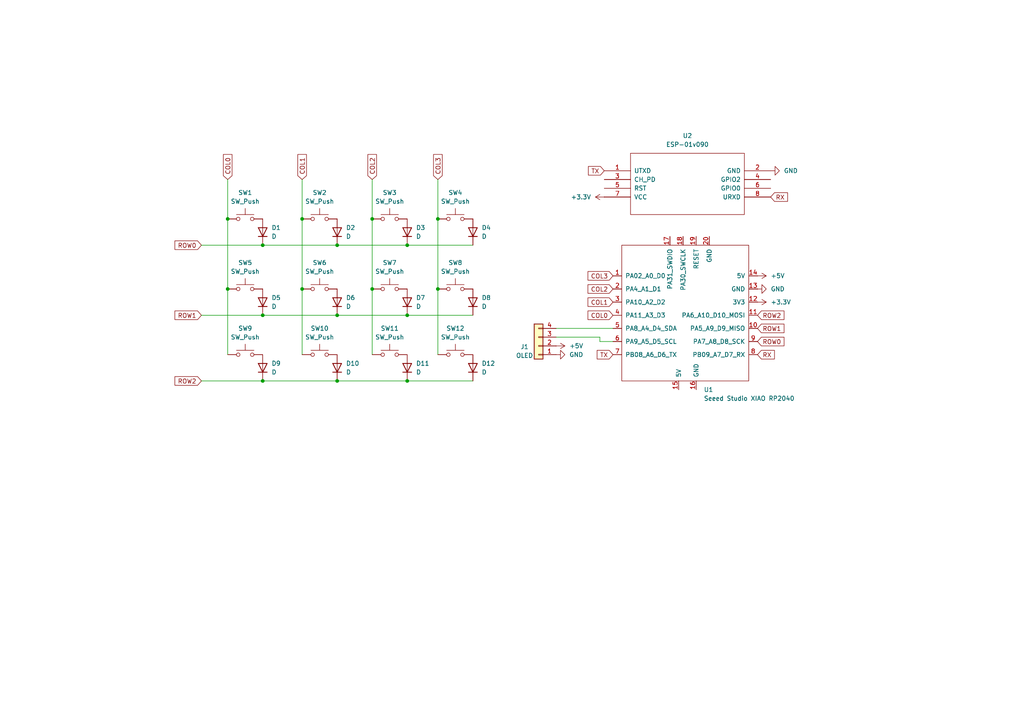
<source format=kicad_sch>
(kicad_sch
	(version 20231120)
	(generator "eeschema")
	(generator_version "8.0")
	(uuid "7995ec7a-c14b-437e-b354-3eb74052b7cb")
	(paper "A4")
	(lib_symbols
		(symbol "Connector_Generic:Conn_01x04"
			(pin_names
				(offset 1.016) hide)
			(exclude_from_sim no)
			(in_bom yes)
			(on_board yes)
			(property "Reference" "J"
				(at 0 5.08 0)
				(effects
					(font
						(size 1.27 1.27)
					)
				)
			)
			(property "Value" "Conn_01x04"
				(at 0 -7.62 0)
				(effects
					(font
						(size 1.27 1.27)
					)
				)
			)
			(property "Footprint" ""
				(at 0 0 0)
				(effects
					(font
						(size 1.27 1.27)
					)
					(hide yes)
				)
			)
			(property "Datasheet" "~"
				(at 0 0 0)
				(effects
					(font
						(size 1.27 1.27)
					)
					(hide yes)
				)
			)
			(property "Description" "Generic connector, single row, 01x04, script generated (kicad-library-utils/schlib/autogen/connector/)"
				(at 0 0 0)
				(effects
					(font
						(size 1.27 1.27)
					)
					(hide yes)
				)
			)
			(property "ki_keywords" "connector"
				(at 0 0 0)
				(effects
					(font
						(size 1.27 1.27)
					)
					(hide yes)
				)
			)
			(property "ki_fp_filters" "Connector*:*_1x??_*"
				(at 0 0 0)
				(effects
					(font
						(size 1.27 1.27)
					)
					(hide yes)
				)
			)
			(symbol "Conn_01x04_1_1"
				(rectangle
					(start -1.27 -4.953)
					(end 0 -5.207)
					(stroke
						(width 0.1524)
						(type default)
					)
					(fill
						(type none)
					)
				)
				(rectangle
					(start -1.27 -2.413)
					(end 0 -2.667)
					(stroke
						(width 0.1524)
						(type default)
					)
					(fill
						(type none)
					)
				)
				(rectangle
					(start -1.27 0.127)
					(end 0 -0.127)
					(stroke
						(width 0.1524)
						(type default)
					)
					(fill
						(type none)
					)
				)
				(rectangle
					(start -1.27 2.667)
					(end 0 2.413)
					(stroke
						(width 0.1524)
						(type default)
					)
					(fill
						(type none)
					)
				)
				(rectangle
					(start -1.27 3.81)
					(end 1.27 -6.35)
					(stroke
						(width 0.254)
						(type default)
					)
					(fill
						(type background)
					)
				)
				(pin passive line
					(at -5.08 2.54 0)
					(length 3.81)
					(name "Pin_1"
						(effects
							(font
								(size 1.27 1.27)
							)
						)
					)
					(number "1"
						(effects
							(font
								(size 1.27 1.27)
							)
						)
					)
				)
				(pin passive line
					(at -5.08 0 0)
					(length 3.81)
					(name "Pin_2"
						(effects
							(font
								(size 1.27 1.27)
							)
						)
					)
					(number "2"
						(effects
							(font
								(size 1.27 1.27)
							)
						)
					)
				)
				(pin passive line
					(at -5.08 -2.54 0)
					(length 3.81)
					(name "Pin_3"
						(effects
							(font
								(size 1.27 1.27)
							)
						)
					)
					(number "3"
						(effects
							(font
								(size 1.27 1.27)
							)
						)
					)
				)
				(pin passive line
					(at -5.08 -5.08 0)
					(length 3.81)
					(name "Pin_4"
						(effects
							(font
								(size 1.27 1.27)
							)
						)
					)
					(number "4"
						(effects
							(font
								(size 1.27 1.27)
							)
						)
					)
				)
			)
		)
		(symbol "Device:D"
			(pin_numbers hide)
			(pin_names
				(offset 1.016) hide)
			(exclude_from_sim no)
			(in_bom yes)
			(on_board yes)
			(property "Reference" "D"
				(at 0 2.54 0)
				(effects
					(font
						(size 1.27 1.27)
					)
				)
			)
			(property "Value" "D"
				(at 0 -2.54 0)
				(effects
					(font
						(size 1.27 1.27)
					)
				)
			)
			(property "Footprint" ""
				(at 0 0 0)
				(effects
					(font
						(size 1.27 1.27)
					)
					(hide yes)
				)
			)
			(property "Datasheet" "~"
				(at 0 0 0)
				(effects
					(font
						(size 1.27 1.27)
					)
					(hide yes)
				)
			)
			(property "Description" "Diode"
				(at 0 0 0)
				(effects
					(font
						(size 1.27 1.27)
					)
					(hide yes)
				)
			)
			(property "Sim.Device" "D"
				(at 0 0 0)
				(effects
					(font
						(size 1.27 1.27)
					)
					(hide yes)
				)
			)
			(property "Sim.Pins" "1=K 2=A"
				(at 0 0 0)
				(effects
					(font
						(size 1.27 1.27)
					)
					(hide yes)
				)
			)
			(property "ki_keywords" "diode"
				(at 0 0 0)
				(effects
					(font
						(size 1.27 1.27)
					)
					(hide yes)
				)
			)
			(property "ki_fp_filters" "TO-???* *_Diode_* *SingleDiode* D_*"
				(at 0 0 0)
				(effects
					(font
						(size 1.27 1.27)
					)
					(hide yes)
				)
			)
			(symbol "D_0_1"
				(polyline
					(pts
						(xy -1.27 1.27) (xy -1.27 -1.27)
					)
					(stroke
						(width 0.254)
						(type default)
					)
					(fill
						(type none)
					)
				)
				(polyline
					(pts
						(xy 1.27 0) (xy -1.27 0)
					)
					(stroke
						(width 0)
						(type default)
					)
					(fill
						(type none)
					)
				)
				(polyline
					(pts
						(xy 1.27 1.27) (xy 1.27 -1.27) (xy -1.27 0) (xy 1.27 1.27)
					)
					(stroke
						(width 0.254)
						(type default)
					)
					(fill
						(type none)
					)
				)
			)
			(symbol "D_1_1"
				(pin passive line
					(at -3.81 0 0)
					(length 2.54)
					(name "K"
						(effects
							(font
								(size 1.27 1.27)
							)
						)
					)
					(number "1"
						(effects
							(font
								(size 1.27 1.27)
							)
						)
					)
				)
				(pin passive line
					(at 3.81 0 180)
					(length 2.54)
					(name "A"
						(effects
							(font
								(size 1.27 1.27)
							)
						)
					)
					(number "2"
						(effects
							(font
								(size 1.27 1.27)
							)
						)
					)
				)
			)
		)
		(symbol "ESP8266:ESP-01v090"
			(pin_names
				(offset 1.016)
			)
			(exclude_from_sim no)
			(in_bom yes)
			(on_board yes)
			(property "Reference" "U"
				(at 0 -2.54 0)
				(effects
					(font
						(size 1.27 1.27)
					)
				)
			)
			(property "Value" "ESP-01v090"
				(at 0 2.54 0)
				(effects
					(font
						(size 1.27 1.27)
					)
				)
			)
			(property "Footprint" ""
				(at 0 0 0)
				(effects
					(font
						(size 1.27 1.27)
					)
					(hide yes)
				)
			)
			(property "Datasheet" ""
				(at 0 0 0)
				(effects
					(font
						(size 1.27 1.27)
					)
					(hide yes)
				)
			)
			(property "Description" ""
				(at 0 0 0)
				(effects
					(font
						(size 1.27 1.27)
					)
					(hide yes)
				)
			)
			(property "ki_fp_filters" "ESP-01*"
				(at 0 0 0)
				(effects
					(font
						(size 1.27 1.27)
					)
					(hide yes)
				)
			)
			(symbol "ESP-01v090_1_0"
				(rectangle
					(start -16.51 -8.89)
					(end 16.51 8.89)
					(stroke
						(width 0)
						(type solid)
					)
					(fill
						(type none)
					)
				)
			)
			(symbol "ESP-01v090_1_1"
				(pin output line
					(at -24.13 3.81 0)
					(length 7.62)
					(name "UTXD"
						(effects
							(font
								(size 1.27 1.27)
							)
						)
					)
					(number "1"
						(effects
							(font
								(size 1.27 1.27)
							)
						)
					)
				)
				(pin power_in line
					(at 24.13 3.81 180)
					(length 7.62)
					(name "GND"
						(effects
							(font
								(size 1.27 1.27)
							)
						)
					)
					(number "2"
						(effects
							(font
								(size 1.27 1.27)
							)
						)
					)
				)
				(pin input line
					(at -24.13 1.27 0)
					(length 7.62)
					(name "CH_PD"
						(effects
							(font
								(size 1.27 1.27)
							)
						)
					)
					(number "3"
						(effects
							(font
								(size 1.27 1.27)
							)
						)
					)
				)
				(pin tri_state line
					(at 24.13 1.27 180)
					(length 7.62)
					(name "GPIO2"
						(effects
							(font
								(size 1.27 1.27)
							)
						)
					)
					(number "4"
						(effects
							(font
								(size 1.27 1.27)
							)
						)
					)
				)
				(pin input line
					(at -24.13 -1.27 0)
					(length 7.62)
					(name "RST"
						(effects
							(font
								(size 1.27 1.27)
							)
						)
					)
					(number "5"
						(effects
							(font
								(size 1.27 1.27)
							)
						)
					)
				)
				(pin tri_state line
					(at 24.13 -1.27 180)
					(length 7.62)
					(name "GPIO0"
						(effects
							(font
								(size 1.27 1.27)
							)
						)
					)
					(number "6"
						(effects
							(font
								(size 1.27 1.27)
							)
						)
					)
				)
				(pin power_in line
					(at -24.13 -3.81 0)
					(length 7.62)
					(name "VCC"
						(effects
							(font
								(size 1.27 1.27)
							)
						)
					)
					(number "7"
						(effects
							(font
								(size 1.27 1.27)
							)
						)
					)
				)
				(pin input line
					(at 24.13 -3.81 180)
					(length 7.62)
					(name "URXD"
						(effects
							(font
								(size 1.27 1.27)
							)
						)
					)
					(number "8"
						(effects
							(font
								(size 1.27 1.27)
							)
						)
					)
				)
			)
		)
		(symbol "Seeed_Studio_XIAO_Series:Seeed Studio XIAO SAMD21"
			(pin_names
				(offset 1.016)
			)
			(exclude_from_sim no)
			(in_bom yes)
			(on_board yes)
			(property "Reference" "U"
				(at -19.05 22.86 0)
				(effects
					(font
						(size 1.27 1.27)
					)
				)
			)
			(property "Value" "Seeed Studio XIAO SAMD21"
				(at -12.7 21.59 0)
				(effects
					(font
						(size 1.27 1.27)
					)
				)
			)
			(property "Footprint" ""
				(at -8.89 5.08 0)
				(effects
					(font
						(size 1.27 1.27)
					)
					(hide yes)
				)
			)
			(property "Datasheet" ""
				(at -8.89 5.08 0)
				(effects
					(font
						(size 1.27 1.27)
					)
					(hide yes)
				)
			)
			(property "Description" ""
				(at 0 0 0)
				(effects
					(font
						(size 1.27 1.27)
					)
					(hide yes)
				)
			)
			(symbol "Seeed Studio XIAO SAMD21_0_1"
				(rectangle
					(start -19.05 20.32)
					(end 17.78 -19.05)
					(stroke
						(width 0)
						(type default)
					)
					(fill
						(type none)
					)
				)
			)
			(symbol "Seeed Studio XIAO SAMD21_1_1"
				(pin unspecified line
					(at -21.59 11.43 0)
					(length 2.54)
					(name "PA02_A0_D0"
						(effects
							(font
								(size 1.27 1.27)
							)
						)
					)
					(number "1"
						(effects
							(font
								(size 1.27 1.27)
							)
						)
					)
				)
				(pin unspecified line
					(at 20.32 -3.81 180)
					(length 2.54)
					(name "PA5_A9_D9_MISO"
						(effects
							(font
								(size 1.27 1.27)
							)
						)
					)
					(number "10"
						(effects
							(font
								(size 1.27 1.27)
							)
						)
					)
				)
				(pin unspecified line
					(at 20.32 0 180)
					(length 2.54)
					(name "PA6_A10_D10_MOSI"
						(effects
							(font
								(size 1.27 1.27)
							)
						)
					)
					(number "11"
						(effects
							(font
								(size 1.27 1.27)
							)
						)
					)
				)
				(pin unspecified line
					(at 20.32 3.81 180)
					(length 2.54)
					(name "3V3"
						(effects
							(font
								(size 1.27 1.27)
							)
						)
					)
					(number "12"
						(effects
							(font
								(size 1.27 1.27)
							)
						)
					)
				)
				(pin unspecified line
					(at 20.32 7.62 180)
					(length 2.54)
					(name "GND"
						(effects
							(font
								(size 1.27 1.27)
							)
						)
					)
					(number "13"
						(effects
							(font
								(size 1.27 1.27)
							)
						)
					)
				)
				(pin unspecified line
					(at 20.32 11.43 180)
					(length 2.54)
					(name "5V"
						(effects
							(font
								(size 1.27 1.27)
							)
						)
					)
					(number "14"
						(effects
							(font
								(size 1.27 1.27)
							)
						)
					)
				)
				(pin input line
					(at -2.54 -21.59 90)
					(length 2.54)
					(name "5V"
						(effects
							(font
								(size 1.27 1.27)
							)
						)
					)
					(number "15"
						(effects
							(font
								(size 1.27 1.27)
							)
						)
					)
				)
				(pin input line
					(at 2.54 -21.59 90)
					(length 2.54)
					(name "GND"
						(effects
							(font
								(size 1.27 1.27)
							)
						)
					)
					(number "16"
						(effects
							(font
								(size 1.27 1.27)
							)
						)
					)
				)
				(pin input line
					(at -5.08 22.86 270)
					(length 2.54)
					(name "PA31_SWDIO"
						(effects
							(font
								(size 1.27 1.27)
							)
						)
					)
					(number "17"
						(effects
							(font
								(size 1.27 1.27)
							)
						)
					)
				)
				(pin input line
					(at -1.27 22.86 270)
					(length 2.54)
					(name "PA30_SWCLK"
						(effects
							(font
								(size 1.27 1.27)
							)
						)
					)
					(number "18"
						(effects
							(font
								(size 1.27 1.27)
							)
						)
					)
				)
				(pin input line
					(at 2.54 22.86 270)
					(length 2.54)
					(name "RESET"
						(effects
							(font
								(size 1.27 1.27)
							)
						)
					)
					(number "19"
						(effects
							(font
								(size 1.27 1.27)
							)
						)
					)
				)
				(pin unspecified line
					(at -21.59 7.62 0)
					(length 2.54)
					(name "PA4_A1_D1"
						(effects
							(font
								(size 1.27 1.27)
							)
						)
					)
					(number "2"
						(effects
							(font
								(size 1.27 1.27)
							)
						)
					)
				)
				(pin input line
					(at 6.35 22.86 270)
					(length 2.54)
					(name "GND"
						(effects
							(font
								(size 1.27 1.27)
							)
						)
					)
					(number "20"
						(effects
							(font
								(size 1.27 1.27)
							)
						)
					)
				)
				(pin unspecified line
					(at -21.59 3.81 0)
					(length 2.54)
					(name "PA10_A2_D2"
						(effects
							(font
								(size 1.27 1.27)
							)
						)
					)
					(number "3"
						(effects
							(font
								(size 1.27 1.27)
							)
						)
					)
				)
				(pin unspecified line
					(at -21.59 0 0)
					(length 2.54)
					(name "PA11_A3_D3"
						(effects
							(font
								(size 1.27 1.27)
							)
						)
					)
					(number "4"
						(effects
							(font
								(size 1.27 1.27)
							)
						)
					)
				)
				(pin unspecified line
					(at -21.59 -3.81 0)
					(length 2.54)
					(name "PA8_A4_D4_SDA"
						(effects
							(font
								(size 1.27 1.27)
							)
						)
					)
					(number "5"
						(effects
							(font
								(size 1.27 1.27)
							)
						)
					)
				)
				(pin unspecified line
					(at -21.59 -7.62 0)
					(length 2.54)
					(name "PA9_A5_D5_SCL"
						(effects
							(font
								(size 1.27 1.27)
							)
						)
					)
					(number "6"
						(effects
							(font
								(size 1.27 1.27)
							)
						)
					)
				)
				(pin unspecified line
					(at -21.59 -11.43 0)
					(length 2.54)
					(name "PB08_A6_D6_TX"
						(effects
							(font
								(size 1.27 1.27)
							)
						)
					)
					(number "7"
						(effects
							(font
								(size 1.27 1.27)
							)
						)
					)
				)
				(pin unspecified line
					(at 20.32 -11.43 180)
					(length 2.54)
					(name "PB09_A7_D7_RX"
						(effects
							(font
								(size 1.27 1.27)
							)
						)
					)
					(number "8"
						(effects
							(font
								(size 1.27 1.27)
							)
						)
					)
				)
				(pin unspecified line
					(at 20.32 -7.62 180)
					(length 2.54)
					(name "PA7_A8_D8_SCK"
						(effects
							(font
								(size 1.27 1.27)
							)
						)
					)
					(number "9"
						(effects
							(font
								(size 1.27 1.27)
							)
						)
					)
				)
			)
		)
		(symbol "Switch:SW_Push"
			(pin_numbers hide)
			(pin_names
				(offset 1.016) hide)
			(exclude_from_sim no)
			(in_bom yes)
			(on_board yes)
			(property "Reference" "SW"
				(at 1.27 2.54 0)
				(effects
					(font
						(size 1.27 1.27)
					)
					(justify left)
				)
			)
			(property "Value" "SW_Push"
				(at 0 -1.524 0)
				(effects
					(font
						(size 1.27 1.27)
					)
				)
			)
			(property "Footprint" ""
				(at 0 5.08 0)
				(effects
					(font
						(size 1.27 1.27)
					)
					(hide yes)
				)
			)
			(property "Datasheet" "~"
				(at 0 5.08 0)
				(effects
					(font
						(size 1.27 1.27)
					)
					(hide yes)
				)
			)
			(property "Description" "Push button switch, generic, two pins"
				(at 0 0 0)
				(effects
					(font
						(size 1.27 1.27)
					)
					(hide yes)
				)
			)
			(property "ki_keywords" "switch normally-open pushbutton push-button"
				(at 0 0 0)
				(effects
					(font
						(size 1.27 1.27)
					)
					(hide yes)
				)
			)
			(symbol "SW_Push_0_1"
				(circle
					(center -2.032 0)
					(radius 0.508)
					(stroke
						(width 0)
						(type default)
					)
					(fill
						(type none)
					)
				)
				(polyline
					(pts
						(xy 0 1.27) (xy 0 3.048)
					)
					(stroke
						(width 0)
						(type default)
					)
					(fill
						(type none)
					)
				)
				(polyline
					(pts
						(xy 2.54 1.27) (xy -2.54 1.27)
					)
					(stroke
						(width 0)
						(type default)
					)
					(fill
						(type none)
					)
				)
				(circle
					(center 2.032 0)
					(radius 0.508)
					(stroke
						(width 0)
						(type default)
					)
					(fill
						(type none)
					)
				)
				(pin passive line
					(at -5.08 0 0)
					(length 2.54)
					(name "1"
						(effects
							(font
								(size 1.27 1.27)
							)
						)
					)
					(number "1"
						(effects
							(font
								(size 1.27 1.27)
							)
						)
					)
				)
				(pin passive line
					(at 5.08 0 180)
					(length 2.54)
					(name "2"
						(effects
							(font
								(size 1.27 1.27)
							)
						)
					)
					(number "2"
						(effects
							(font
								(size 1.27 1.27)
							)
						)
					)
				)
			)
		)
		(symbol "power:+3.3V"
			(power)
			(pin_numbers hide)
			(pin_names
				(offset 0) hide)
			(exclude_from_sim no)
			(in_bom yes)
			(on_board yes)
			(property "Reference" "#PWR"
				(at 0 -3.81 0)
				(effects
					(font
						(size 1.27 1.27)
					)
					(hide yes)
				)
			)
			(property "Value" "+3.3V"
				(at 0 3.556 0)
				(effects
					(font
						(size 1.27 1.27)
					)
				)
			)
			(property "Footprint" ""
				(at 0 0 0)
				(effects
					(font
						(size 1.27 1.27)
					)
					(hide yes)
				)
			)
			(property "Datasheet" ""
				(at 0 0 0)
				(effects
					(font
						(size 1.27 1.27)
					)
					(hide yes)
				)
			)
			(property "Description" "Power symbol creates a global label with name \"+3.3V\""
				(at 0 0 0)
				(effects
					(font
						(size 1.27 1.27)
					)
					(hide yes)
				)
			)
			(property "ki_keywords" "global power"
				(at 0 0 0)
				(effects
					(font
						(size 1.27 1.27)
					)
					(hide yes)
				)
			)
			(symbol "+3.3V_0_1"
				(polyline
					(pts
						(xy -0.762 1.27) (xy 0 2.54)
					)
					(stroke
						(width 0)
						(type default)
					)
					(fill
						(type none)
					)
				)
				(polyline
					(pts
						(xy 0 0) (xy 0 2.54)
					)
					(stroke
						(width 0)
						(type default)
					)
					(fill
						(type none)
					)
				)
				(polyline
					(pts
						(xy 0 2.54) (xy 0.762 1.27)
					)
					(stroke
						(width 0)
						(type default)
					)
					(fill
						(type none)
					)
				)
			)
			(symbol "+3.3V_1_1"
				(pin power_in line
					(at 0 0 90)
					(length 0)
					(name "~"
						(effects
							(font
								(size 1.27 1.27)
							)
						)
					)
					(number "1"
						(effects
							(font
								(size 1.27 1.27)
							)
						)
					)
				)
			)
		)
		(symbol "power:+5V"
			(power)
			(pin_numbers hide)
			(pin_names
				(offset 0) hide)
			(exclude_from_sim no)
			(in_bom yes)
			(on_board yes)
			(property "Reference" "#PWR"
				(at 0 -3.81 0)
				(effects
					(font
						(size 1.27 1.27)
					)
					(hide yes)
				)
			)
			(property "Value" "+5V"
				(at 0 3.556 0)
				(effects
					(font
						(size 1.27 1.27)
					)
				)
			)
			(property "Footprint" ""
				(at 0 0 0)
				(effects
					(font
						(size 1.27 1.27)
					)
					(hide yes)
				)
			)
			(property "Datasheet" ""
				(at 0 0 0)
				(effects
					(font
						(size 1.27 1.27)
					)
					(hide yes)
				)
			)
			(property "Description" "Power symbol creates a global label with name \"+5V\""
				(at 0 0 0)
				(effects
					(font
						(size 1.27 1.27)
					)
					(hide yes)
				)
			)
			(property "ki_keywords" "global power"
				(at 0 0 0)
				(effects
					(font
						(size 1.27 1.27)
					)
					(hide yes)
				)
			)
			(symbol "+5V_0_1"
				(polyline
					(pts
						(xy -0.762 1.27) (xy 0 2.54)
					)
					(stroke
						(width 0)
						(type default)
					)
					(fill
						(type none)
					)
				)
				(polyline
					(pts
						(xy 0 0) (xy 0 2.54)
					)
					(stroke
						(width 0)
						(type default)
					)
					(fill
						(type none)
					)
				)
				(polyline
					(pts
						(xy 0 2.54) (xy 0.762 1.27)
					)
					(stroke
						(width 0)
						(type default)
					)
					(fill
						(type none)
					)
				)
			)
			(symbol "+5V_1_1"
				(pin power_in line
					(at 0 0 90)
					(length 0)
					(name "~"
						(effects
							(font
								(size 1.27 1.27)
							)
						)
					)
					(number "1"
						(effects
							(font
								(size 1.27 1.27)
							)
						)
					)
				)
			)
		)
		(symbol "power:GND"
			(power)
			(pin_numbers hide)
			(pin_names
				(offset 0) hide)
			(exclude_from_sim no)
			(in_bom yes)
			(on_board yes)
			(property "Reference" "#PWR"
				(at 0 -6.35 0)
				(effects
					(font
						(size 1.27 1.27)
					)
					(hide yes)
				)
			)
			(property "Value" "GND"
				(at 0 -3.81 0)
				(effects
					(font
						(size 1.27 1.27)
					)
				)
			)
			(property "Footprint" ""
				(at 0 0 0)
				(effects
					(font
						(size 1.27 1.27)
					)
					(hide yes)
				)
			)
			(property "Datasheet" ""
				(at 0 0 0)
				(effects
					(font
						(size 1.27 1.27)
					)
					(hide yes)
				)
			)
			(property "Description" "Power symbol creates a global label with name \"GND\" , ground"
				(at 0 0 0)
				(effects
					(font
						(size 1.27 1.27)
					)
					(hide yes)
				)
			)
			(property "ki_keywords" "global power"
				(at 0 0 0)
				(effects
					(font
						(size 1.27 1.27)
					)
					(hide yes)
				)
			)
			(symbol "GND_0_1"
				(polyline
					(pts
						(xy 0 0) (xy 0 -1.27) (xy 1.27 -1.27) (xy 0 -2.54) (xy -1.27 -1.27) (xy 0 -1.27)
					)
					(stroke
						(width 0)
						(type default)
					)
					(fill
						(type none)
					)
				)
			)
			(symbol "GND_1_1"
				(pin power_in line
					(at 0 0 270)
					(length 0)
					(name "~"
						(effects
							(font
								(size 1.27 1.27)
							)
						)
					)
					(number "1"
						(effects
							(font
								(size 1.27 1.27)
							)
						)
					)
				)
			)
		)
	)
	(junction
		(at 127 83.82)
		(diameter 0)
		(color 0 0 0 0)
		(uuid "0e8da0a0-6b20-4f96-b97f-7fb20b4717f6")
	)
	(junction
		(at 87.63 83.82)
		(diameter 0)
		(color 0 0 0 0)
		(uuid "12dd7e99-00e4-4fe6-9f2b-602b825d4f61")
	)
	(junction
		(at 97.79 71.12)
		(diameter 0)
		(color 0 0 0 0)
		(uuid "1fad14ad-ef8a-44b0-bde6-595e9bea4858")
	)
	(junction
		(at 97.79 91.44)
		(diameter 0)
		(color 0 0 0 0)
		(uuid "3d4fb548-c8c2-43d9-bae1-b15053bbf580")
	)
	(junction
		(at 76.2 91.44)
		(diameter 0)
		(color 0 0 0 0)
		(uuid "4045316f-d9dc-4dc8-8449-f15ef9eab56c")
	)
	(junction
		(at 76.2 71.12)
		(diameter 0)
		(color 0 0 0 0)
		(uuid "538f5c59-ea22-45f7-b482-9acc13532932")
	)
	(junction
		(at 66.04 83.82)
		(diameter 0)
		(color 0 0 0 0)
		(uuid "815c981a-d6bf-4826-8054-845ac7045e36")
	)
	(junction
		(at 66.04 63.5)
		(diameter 0)
		(color 0 0 0 0)
		(uuid "8aaf80d5-a494-4fcf-ae35-536901f9c427")
	)
	(junction
		(at 118.11 91.44)
		(diameter 0)
		(color 0 0 0 0)
		(uuid "9330208e-3e06-488e-bfcc-ba11202b8bb3")
	)
	(junction
		(at 118.11 71.12)
		(diameter 0)
		(color 0 0 0 0)
		(uuid "95c247cf-5deb-4da1-8576-e66ecbc8d41f")
	)
	(junction
		(at 87.63 63.5)
		(diameter 0)
		(color 0 0 0 0)
		(uuid "a68a5cb0-0d5d-4ced-928a-bb98787fa1d1")
	)
	(junction
		(at 107.95 63.5)
		(diameter 0)
		(color 0 0 0 0)
		(uuid "ac673d5c-c24e-4632-acae-de7ec62bda7f")
	)
	(junction
		(at 118.11 110.49)
		(diameter 0)
		(color 0 0 0 0)
		(uuid "af745d31-65bb-400d-a9ad-30a80da4daa8")
	)
	(junction
		(at 107.95 83.82)
		(diameter 0)
		(color 0 0 0 0)
		(uuid "c0add9e9-04bc-4be4-95a7-d5c312bbd83e")
	)
	(junction
		(at 76.2 110.49)
		(diameter 0)
		(color 0 0 0 0)
		(uuid "efcef258-f50e-47a6-9244-3ab0cbe1cd4a")
	)
	(junction
		(at 97.79 110.49)
		(diameter 0)
		(color 0 0 0 0)
		(uuid "f84e9786-d9be-4018-8bee-b13e3aa5396a")
	)
	(junction
		(at 127 63.5)
		(diameter 0)
		(color 0 0 0 0)
		(uuid "ffab7398-275d-43ee-96d2-807732458928")
	)
	(wire
		(pts
			(xy 127 52.07) (xy 127 63.5)
		)
		(stroke
			(width 0)
			(type default)
		)
		(uuid "07b2b776-0b6a-402a-b775-517bcbbe5b9e")
	)
	(wire
		(pts
			(xy 58.42 71.12) (xy 76.2 71.12)
		)
		(stroke
			(width 0)
			(type default)
		)
		(uuid "0a83796e-27ab-4bf9-8816-e40fb3d26d08")
	)
	(wire
		(pts
			(xy 76.2 71.12) (xy 97.79 71.12)
		)
		(stroke
			(width 0)
			(type default)
		)
		(uuid "0bb44233-36d4-4667-8eab-ab73070b6c12")
	)
	(wire
		(pts
			(xy 66.04 63.5) (xy 66.04 83.82)
		)
		(stroke
			(width 0)
			(type default)
		)
		(uuid "157dae64-8e6f-42ea-b12b-bca0c6078d7f")
	)
	(wire
		(pts
			(xy 173.99 97.79) (xy 173.99 99.06)
		)
		(stroke
			(width 0)
			(type default)
		)
		(uuid "19a12020-1acb-4415-ac12-f7e748091dd5")
	)
	(wire
		(pts
			(xy 97.79 71.12) (xy 118.11 71.12)
		)
		(stroke
			(width 0)
			(type default)
		)
		(uuid "2e1a29ee-73c9-432b-b03b-17477b5fdf5e")
	)
	(wire
		(pts
			(xy 127 63.5) (xy 127 83.82)
		)
		(stroke
			(width 0)
			(type default)
		)
		(uuid "2e792d2e-0de7-4b31-b145-b59d1c8a06e1")
	)
	(wire
		(pts
			(xy 173.99 99.06) (xy 177.8 99.06)
		)
		(stroke
			(width 0)
			(type default)
		)
		(uuid "3d49c5f0-1d04-4d95-9e2a-318dce25f838")
	)
	(wire
		(pts
			(xy 118.11 91.44) (xy 137.16 91.44)
		)
		(stroke
			(width 0)
			(type default)
		)
		(uuid "3fbac8fd-9831-4622-865c-b0e7ca287da3")
	)
	(wire
		(pts
			(xy 58.42 110.49) (xy 76.2 110.49)
		)
		(stroke
			(width 0)
			(type default)
		)
		(uuid "44944a80-2181-4951-baaf-18180b3f44f4")
	)
	(wire
		(pts
			(xy 161.29 95.25) (xy 177.8 95.25)
		)
		(stroke
			(width 0)
			(type default)
		)
		(uuid "48bd3b96-7eb9-4c00-b4f4-834dc2db6ee2")
	)
	(wire
		(pts
			(xy 107.95 52.07) (xy 107.95 63.5)
		)
		(stroke
			(width 0)
			(type default)
		)
		(uuid "60a58e9b-b691-4651-9389-08c61b06a107")
	)
	(wire
		(pts
			(xy 127 83.82) (xy 127 102.87)
		)
		(stroke
			(width 0)
			(type default)
		)
		(uuid "649b8133-d332-480b-8788-6deac78ce1a8")
	)
	(wire
		(pts
			(xy 66.04 52.07) (xy 66.04 63.5)
		)
		(stroke
			(width 0)
			(type default)
		)
		(uuid "68a07190-7dc6-4163-8e4f-bea8250fadba")
	)
	(wire
		(pts
			(xy 97.79 91.44) (xy 118.11 91.44)
		)
		(stroke
			(width 0)
			(type default)
		)
		(uuid "86101a50-7234-4ec0-b2d2-d35b11b250ad")
	)
	(wire
		(pts
			(xy 118.11 71.12) (xy 137.16 71.12)
		)
		(stroke
			(width 0)
			(type default)
		)
		(uuid "9e5bb82a-74cb-4b8a-909c-f2f1736268ed")
	)
	(wire
		(pts
			(xy 66.04 83.82) (xy 66.04 102.87)
		)
		(stroke
			(width 0)
			(type default)
		)
		(uuid "bbab7699-4d85-4e46-818e-8352414c2612")
	)
	(wire
		(pts
			(xy 97.79 110.49) (xy 118.11 110.49)
		)
		(stroke
			(width 0)
			(type default)
		)
		(uuid "c51571c1-30dd-4e48-9fc9-d5f57cc533cf")
	)
	(wire
		(pts
			(xy 87.63 83.82) (xy 87.63 102.87)
		)
		(stroke
			(width 0)
			(type default)
		)
		(uuid "c789f53b-ff05-4249-91d4-cd0d9b9e746b")
	)
	(wire
		(pts
			(xy 87.63 52.07) (xy 87.63 63.5)
		)
		(stroke
			(width 0)
			(type default)
		)
		(uuid "ce84109a-801d-4939-9e84-b9bdffd90a35")
	)
	(wire
		(pts
			(xy 76.2 110.49) (xy 97.79 110.49)
		)
		(stroke
			(width 0)
			(type default)
		)
		(uuid "d096bc54-5469-4a47-8c1b-f73159fba4ed")
	)
	(wire
		(pts
			(xy 76.2 91.44) (xy 97.79 91.44)
		)
		(stroke
			(width 0)
			(type default)
		)
		(uuid "d112bf2e-4745-4abc-8d73-aceae14ca552")
	)
	(wire
		(pts
			(xy 87.63 63.5) (xy 87.63 83.82)
		)
		(stroke
			(width 0)
			(type default)
		)
		(uuid "d4fce5c9-747b-4416-8aac-73a04fa4d401")
	)
	(wire
		(pts
			(xy 118.11 110.49) (xy 137.16 110.49)
		)
		(stroke
			(width 0)
			(type default)
		)
		(uuid "d950fe57-d283-4f90-af51-8b3302af8d96")
	)
	(wire
		(pts
			(xy 58.42 91.44) (xy 76.2 91.44)
		)
		(stroke
			(width 0)
			(type default)
		)
		(uuid "e518bc57-07a7-428e-aa78-ec625f7eafd3")
	)
	(wire
		(pts
			(xy 161.29 97.79) (xy 173.99 97.79)
		)
		(stroke
			(width 0)
			(type default)
		)
		(uuid "ec840826-2a96-4084-a0e8-76028bd9a438")
	)
	(wire
		(pts
			(xy 107.95 83.82) (xy 107.95 102.87)
		)
		(stroke
			(width 0)
			(type default)
		)
		(uuid "f3e069fd-ebb8-4276-bce8-e5202dc22cf1")
	)
	(wire
		(pts
			(xy 107.95 63.5) (xy 107.95 83.82)
		)
		(stroke
			(width 0)
			(type default)
		)
		(uuid "f77459e5-d0f2-42be-905c-c6d9d3c6f355")
	)
	(global_label "RX"
		(shape input)
		(at 223.52 57.15 0)
		(fields_autoplaced yes)
		(effects
			(font
				(size 1.27 1.27)
			)
			(justify left)
		)
		(uuid "0ff7431a-3bda-4fc3-a988-2f619af37493")
		(property "Intersheetrefs" "${INTERSHEET_REFS}"
			(at 228.9847 57.15 0)
			(effects
				(font
					(size 1.27 1.27)
				)
				(justify left)
				(hide yes)
			)
		)
	)
	(global_label "ROW2"
		(shape input)
		(at 58.42 110.49 180)
		(fields_autoplaced yes)
		(effects
			(font
				(size 1.27 1.27)
			)
			(justify right)
		)
		(uuid "207310eb-ec74-4b9b-a73b-8a398a2b3dd4")
		(property "Intersheetrefs" "${INTERSHEET_REFS}"
			(at 50.1734 110.49 0)
			(effects
				(font
					(size 1.27 1.27)
				)
				(justify right)
				(hide yes)
			)
		)
	)
	(global_label "COL2"
		(shape input)
		(at 177.8 83.82 180)
		(fields_autoplaced yes)
		(effects
			(font
				(size 1.27 1.27)
			)
			(justify right)
		)
		(uuid "366c5f66-17f8-4bb5-9c76-ed58bfe5e9e2")
		(property "Intersheetrefs" "${INTERSHEET_REFS}"
			(at 169.9767 83.82 0)
			(effects
				(font
					(size 1.27 1.27)
				)
				(justify right)
				(hide yes)
			)
		)
	)
	(global_label "COL2"
		(shape input)
		(at 107.95 52.07 90)
		(fields_autoplaced yes)
		(effects
			(font
				(size 1.27 1.27)
			)
			(justify left)
		)
		(uuid "41e617bc-fc5d-48ad-8b77-e5ee5bbb967d")
		(property "Intersheetrefs" "${INTERSHEET_REFS}"
			(at 107.95 44.2467 90)
			(effects
				(font
					(size 1.27 1.27)
				)
				(justify left)
				(hide yes)
			)
		)
	)
	(global_label "TX"
		(shape input)
		(at 177.8 102.87 180)
		(fields_autoplaced yes)
		(effects
			(font
				(size 1.27 1.27)
			)
			(justify right)
		)
		(uuid "427d6344-eea6-49e2-b505-4ce7bb06890f")
		(property "Intersheetrefs" "${INTERSHEET_REFS}"
			(at 172.6377 102.87 0)
			(effects
				(font
					(size 1.27 1.27)
				)
				(justify right)
				(hide yes)
			)
		)
	)
	(global_label "COL1"
		(shape input)
		(at 177.8 87.63 180)
		(fields_autoplaced yes)
		(effects
			(font
				(size 1.27 1.27)
			)
			(justify right)
		)
		(uuid "44399127-cadb-4930-b9ee-5aefcae149f6")
		(property "Intersheetrefs" "${INTERSHEET_REFS}"
			(at 169.9767 87.63 0)
			(effects
				(font
					(size 1.27 1.27)
				)
				(justify right)
				(hide yes)
			)
		)
	)
	(global_label "ROW2"
		(shape input)
		(at 219.71 91.44 0)
		(fields_autoplaced yes)
		(effects
			(font
				(size 1.27 1.27)
			)
			(justify left)
		)
		(uuid "64d1797d-cf47-4300-8933-31f4b44c4cc4")
		(property "Intersheetrefs" "${INTERSHEET_REFS}"
			(at 227.9566 91.44 0)
			(effects
				(font
					(size 1.27 1.27)
				)
				(justify left)
				(hide yes)
			)
		)
	)
	(global_label "COL0"
		(shape input)
		(at 66.04 52.07 90)
		(fields_autoplaced yes)
		(effects
			(font
				(size 1.27 1.27)
			)
			(justify left)
		)
		(uuid "6aa6e102-f1cd-45a4-b358-778688d78316")
		(property "Intersheetrefs" "${INTERSHEET_REFS}"
			(at 66.04 44.2467 90)
			(effects
				(font
					(size 1.27 1.27)
				)
				(justify left)
				(hide yes)
			)
		)
	)
	(global_label "TX"
		(shape input)
		(at 175.26 49.53 180)
		(fields_autoplaced yes)
		(effects
			(font
				(size 1.27 1.27)
			)
			(justify right)
		)
		(uuid "6e8dc807-51d0-49ef-95a6-64d5173cd60f")
		(property "Intersheetrefs" "${INTERSHEET_REFS}"
			(at 170.0977 49.53 0)
			(effects
				(font
					(size 1.27 1.27)
				)
				(justify right)
				(hide yes)
			)
		)
	)
	(global_label "ROW1"
		(shape input)
		(at 219.71 95.25 0)
		(fields_autoplaced yes)
		(effects
			(font
				(size 1.27 1.27)
			)
			(justify left)
		)
		(uuid "83c7c7ef-bc8a-4f16-9031-cec2170caab8")
		(property "Intersheetrefs" "${INTERSHEET_REFS}"
			(at 227.9566 95.25 0)
			(effects
				(font
					(size 1.27 1.27)
				)
				(justify left)
				(hide yes)
			)
		)
	)
	(global_label "COL3"
		(shape input)
		(at 177.8 80.01 180)
		(fields_autoplaced yes)
		(effects
			(font
				(size 1.27 1.27)
			)
			(justify right)
		)
		(uuid "8bae41f2-a572-4f62-a334-ba8cc1c3d7e2")
		(property "Intersheetrefs" "${INTERSHEET_REFS}"
			(at 169.9767 80.01 0)
			(effects
				(font
					(size 1.27 1.27)
				)
				(justify right)
				(hide yes)
			)
		)
	)
	(global_label "ROW1"
		(shape input)
		(at 58.42 91.44 180)
		(fields_autoplaced yes)
		(effects
			(font
				(size 1.27 1.27)
			)
			(justify right)
		)
		(uuid "bca14270-9623-43aa-a13b-cb4c1c56d56c")
		(property "Intersheetrefs" "${INTERSHEET_REFS}"
			(at 50.1734 91.44 0)
			(effects
				(font
					(size 1.27 1.27)
				)
				(justify right)
				(hide yes)
			)
		)
	)
	(global_label "COL1"
		(shape input)
		(at 87.63 52.07 90)
		(fields_autoplaced yes)
		(effects
			(font
				(size 1.27 1.27)
			)
			(justify left)
		)
		(uuid "c5902e5a-b631-4109-b97c-5414c26c83e5")
		(property "Intersheetrefs" "${INTERSHEET_REFS}"
			(at 87.63 44.2467 90)
			(effects
				(font
					(size 1.27 1.27)
				)
				(justify left)
				(hide yes)
			)
		)
	)
	(global_label "ROW0"
		(shape input)
		(at 219.71 99.06 0)
		(fields_autoplaced yes)
		(effects
			(font
				(size 1.27 1.27)
			)
			(justify left)
		)
		(uuid "d0a093b4-074e-4335-ab24-cd27fc56de09")
		(property "Intersheetrefs" "${INTERSHEET_REFS}"
			(at 227.9566 99.06 0)
			(effects
				(font
					(size 1.27 1.27)
				)
				(justify left)
				(hide yes)
			)
		)
	)
	(global_label "RX"
		(shape input)
		(at 219.71 102.87 0)
		(fields_autoplaced yes)
		(effects
			(font
				(size 1.27 1.27)
			)
			(justify left)
		)
		(uuid "dc002d56-161d-4f50-b839-e19fcd34a116")
		(property "Intersheetrefs" "${INTERSHEET_REFS}"
			(at 225.1747 102.87 0)
			(effects
				(font
					(size 1.27 1.27)
				)
				(justify left)
				(hide yes)
			)
		)
	)
	(global_label "COL0"
		(shape input)
		(at 177.8 91.44 180)
		(fields_autoplaced yes)
		(effects
			(font
				(size 1.27 1.27)
			)
			(justify right)
		)
		(uuid "e6916ae4-80a5-458b-ad8b-3010ce66854c")
		(property "Intersheetrefs" "${INTERSHEET_REFS}"
			(at 169.9767 91.44 0)
			(effects
				(font
					(size 1.27 1.27)
				)
				(justify right)
				(hide yes)
			)
		)
	)
	(global_label "COL3"
		(shape input)
		(at 127 52.07 90)
		(fields_autoplaced yes)
		(effects
			(font
				(size 1.27 1.27)
			)
			(justify left)
		)
		(uuid "e9fa308c-3af5-4078-b69f-b4937774e657")
		(property "Intersheetrefs" "${INTERSHEET_REFS}"
			(at 127 44.2467 90)
			(effects
				(font
					(size 1.27 1.27)
				)
				(justify left)
				(hide yes)
			)
		)
	)
	(global_label "ROW0"
		(shape input)
		(at 58.42 71.12 180)
		(fields_autoplaced yes)
		(effects
			(font
				(size 1.27 1.27)
			)
			(justify right)
		)
		(uuid "fca7491d-b7e3-4d41-a324-67228e09d0a3")
		(property "Intersheetrefs" "${INTERSHEET_REFS}"
			(at 50.1734 71.12 0)
			(effects
				(font
					(size 1.27 1.27)
				)
				(justify right)
				(hide yes)
			)
		)
	)
	(symbol
		(lib_id "power:GND")
		(at 223.52 49.53 90)
		(unit 1)
		(exclude_from_sim no)
		(in_bom yes)
		(on_board yes)
		(dnp no)
		(fields_autoplaced yes)
		(uuid "019a66c1-0110-4e5a-9911-873e12fbf5da")
		(property "Reference" "#PWR05"
			(at 229.87 49.53 0)
			(effects
				(font
					(size 1.27 1.27)
				)
				(hide yes)
			)
		)
		(property "Value" "GND"
			(at 227.33 49.5299 90)
			(effects
				(font
					(size 1.27 1.27)
				)
				(justify right)
			)
		)
		(property "Footprint" ""
			(at 223.52 49.53 0)
			(effects
				(font
					(size 1.27 1.27)
				)
				(hide yes)
			)
		)
		(property "Datasheet" ""
			(at 223.52 49.53 0)
			(effects
				(font
					(size 1.27 1.27)
				)
				(hide yes)
			)
		)
		(property "Description" "Power symbol creates a global label with name \"GND\" , ground"
			(at 223.52 49.53 0)
			(effects
				(font
					(size 1.27 1.27)
				)
				(hide yes)
			)
		)
		(pin "1"
			(uuid "f4997228-333e-443b-a218-07356bdc5923")
		)
		(instances
			(project "meropad"
				(path "/7995ec7a-c14b-437e-b354-3eb74052b7cb"
					(reference "#PWR05")
					(unit 1)
				)
			)
		)
	)
	(symbol
		(lib_id "Switch:SW_Push")
		(at 132.08 83.82 0)
		(unit 1)
		(exclude_from_sim no)
		(in_bom yes)
		(on_board yes)
		(dnp no)
		(fields_autoplaced yes)
		(uuid "0d818b70-fe55-47a5-869d-365a9a4e83c1")
		(property "Reference" "SW8"
			(at 132.08 76.2 0)
			(effects
				(font
					(size 1.27 1.27)
				)
			)
		)
		(property "Value" "SW_Push"
			(at 132.08 78.74 0)
			(effects
				(font
					(size 1.27 1.27)
				)
			)
		)
		(property "Footprint" "Button_Switch_Keyboard:SW_Cherry_MX_1.00u_PCB"
			(at 132.08 78.74 0)
			(effects
				(font
					(size 1.27 1.27)
				)
				(hide yes)
			)
		)
		(property "Datasheet" "~"
			(at 132.08 78.74 0)
			(effects
				(font
					(size 1.27 1.27)
				)
				(hide yes)
			)
		)
		(property "Description" "Push button switch, generic, two pins"
			(at 132.08 83.82 0)
			(effects
				(font
					(size 1.27 1.27)
				)
				(hide yes)
			)
		)
		(pin "1"
			(uuid "b68c055e-4543-4aa4-84ee-1fc161609fbb")
		)
		(pin "2"
			(uuid "ca873c4c-ec24-45dc-b408-8c9333e3525f")
		)
		(instances
			(project "meropad"
				(path "/7995ec7a-c14b-437e-b354-3eb74052b7cb"
					(reference "SW8")
					(unit 1)
				)
			)
		)
	)
	(symbol
		(lib_id "Switch:SW_Push")
		(at 71.12 102.87 0)
		(unit 1)
		(exclude_from_sim no)
		(in_bom yes)
		(on_board yes)
		(dnp no)
		(fields_autoplaced yes)
		(uuid "1159a24a-27d6-4d56-8180-577fbce3de6d")
		(property "Reference" "SW9"
			(at 71.12 95.25 0)
			(effects
				(font
					(size 1.27 1.27)
				)
			)
		)
		(property "Value" "SW_Push"
			(at 71.12 97.79 0)
			(effects
				(font
					(size 1.27 1.27)
				)
			)
		)
		(property "Footprint" "Button_Switch_Keyboard:SW_Cherry_MX_1.00u_PCB"
			(at 71.12 97.79 0)
			(effects
				(font
					(size 1.27 1.27)
				)
				(hide yes)
			)
		)
		(property "Datasheet" "~"
			(at 71.12 97.79 0)
			(effects
				(font
					(size 1.27 1.27)
				)
				(hide yes)
			)
		)
		(property "Description" "Push button switch, generic, two pins"
			(at 71.12 102.87 0)
			(effects
				(font
					(size 1.27 1.27)
				)
				(hide yes)
			)
		)
		(pin "1"
			(uuid "91635039-05c0-4ed3-90ac-5c8c942e634a")
		)
		(pin "2"
			(uuid "7ad7124d-55cb-46d5-927c-8e3f9844f90b")
		)
		(instances
			(project "meropad"
				(path "/7995ec7a-c14b-437e-b354-3eb74052b7cb"
					(reference "SW9")
					(unit 1)
				)
			)
		)
	)
	(symbol
		(lib_id "power:+5V")
		(at 219.71 80.01 270)
		(unit 1)
		(exclude_from_sim no)
		(in_bom yes)
		(on_board yes)
		(dnp no)
		(fields_autoplaced yes)
		(uuid "18faaf95-432f-491c-a3a9-b5dc1369c81b")
		(property "Reference" "#PWR01"
			(at 215.9 80.01 0)
			(effects
				(font
					(size 1.27 1.27)
				)
				(hide yes)
			)
		)
		(property "Value" "+5V"
			(at 223.52 80.0099 90)
			(effects
				(font
					(size 1.27 1.27)
				)
				(justify left)
			)
		)
		(property "Footprint" ""
			(at 219.71 80.01 0)
			(effects
				(font
					(size 1.27 1.27)
				)
				(hide yes)
			)
		)
		(property "Datasheet" ""
			(at 219.71 80.01 0)
			(effects
				(font
					(size 1.27 1.27)
				)
				(hide yes)
			)
		)
		(property "Description" "Power symbol creates a global label with name \"+5V\""
			(at 219.71 80.01 0)
			(effects
				(font
					(size 1.27 1.27)
				)
				(hide yes)
			)
		)
		(pin "1"
			(uuid "58eae70a-5153-4800-947d-4a288430f6e1")
		)
		(instances
			(project ""
				(path "/7995ec7a-c14b-437e-b354-3eb74052b7cb"
					(reference "#PWR01")
					(unit 1)
				)
			)
		)
	)
	(symbol
		(lib_id "Device:D")
		(at 137.16 67.31 90)
		(unit 1)
		(exclude_from_sim no)
		(in_bom yes)
		(on_board yes)
		(dnp no)
		(fields_autoplaced yes)
		(uuid "1e3f2541-31cd-49a5-a519-26a4a20e1a41")
		(property "Reference" "D4"
			(at 139.7 66.0399 90)
			(effects
				(font
					(size 1.27 1.27)
				)
				(justify right)
			)
		)
		(property "Value" "D"
			(at 139.7 68.5799 90)
			(effects
				(font
					(size 1.27 1.27)
				)
				(justify right)
			)
		)
		(property "Footprint" "Diode_THT:D_DO-35_SOD27_P7.62mm_Horizontal"
			(at 137.16 67.31 0)
			(effects
				(font
					(size 1.27 1.27)
				)
				(hide yes)
			)
		)
		(property "Datasheet" "~"
			(at 137.16 67.31 0)
			(effects
				(font
					(size 1.27 1.27)
				)
				(hide yes)
			)
		)
		(property "Description" "Diode"
			(at 137.16 67.31 0)
			(effects
				(font
					(size 1.27 1.27)
				)
				(hide yes)
			)
		)
		(property "Sim.Device" "D"
			(at 137.16 67.31 0)
			(effects
				(font
					(size 1.27 1.27)
				)
				(hide yes)
			)
		)
		(property "Sim.Pins" "1=K 2=A"
			(at 137.16 67.31 0)
			(effects
				(font
					(size 1.27 1.27)
				)
				(hide yes)
			)
		)
		(pin "1"
			(uuid "3ea4086d-428a-4cae-8fc5-8312900d4f16")
		)
		(pin "2"
			(uuid "4dbe0720-3587-40c5-9a69-02920019b659")
		)
		(instances
			(project "meropad"
				(path "/7995ec7a-c14b-437e-b354-3eb74052b7cb"
					(reference "D4")
					(unit 1)
				)
			)
		)
	)
	(symbol
		(lib_id "Seeed_Studio_XIAO_Series:Seeed Studio XIAO SAMD21")
		(at 199.39 91.44 0)
		(unit 1)
		(exclude_from_sim no)
		(in_bom yes)
		(on_board yes)
		(dnp no)
		(fields_autoplaced yes)
		(uuid "2ff0ac81-a7cc-4949-89ae-1b7dcceb15ad")
		(property "Reference" "U1"
			(at 204.1241 113.03 0)
			(effects
				(font
					(size 1.27 1.27)
				)
				(justify left)
			)
		)
		(property "Value" "Seeed Studio XIAO RP2040"
			(at 204.1241 115.57 0)
			(effects
				(font
					(size 1.27 1.27)
				)
				(justify left)
			)
		)
		(property "Footprint" "Seeed Studio XIAO Series Library:XIAO-Generic-Thruhole-14P-2.54-21X17.8MM"
			(at 190.5 86.36 0)
			(effects
				(font
					(size 1.27 1.27)
				)
				(hide yes)
			)
		)
		(property "Datasheet" ""
			(at 190.5 86.36 0)
			(effects
				(font
					(size 1.27 1.27)
				)
				(hide yes)
			)
		)
		(property "Description" ""
			(at 199.39 91.44 0)
			(effects
				(font
					(size 1.27 1.27)
				)
				(hide yes)
			)
		)
		(pin "7"
			(uuid "2cf73d7b-18a0-48c0-b6ad-7c578d09a159")
		)
		(pin "3"
			(uuid "d07d5f8b-6234-4c7c-9554-3539b1910769")
		)
		(pin "18"
			(uuid "f29c953d-95ef-4751-b43d-e9022acba5a3")
		)
		(pin "5"
			(uuid "940e1e3b-6745-433b-98c4-df3cc3ee0818")
		)
		(pin "19"
			(uuid "59ad9cb1-0439-4ec9-8023-e2ec1800c06a")
		)
		(pin "4"
			(uuid "6f6d7858-79ab-430f-88d1-f9eff74f2f95")
		)
		(pin "20"
			(uuid "7e516b80-9b93-4a5f-8cf4-f3705d76716b")
		)
		(pin "17"
			(uuid "9ff7777d-7d6f-4fc1-9409-4ba7711cc678")
		)
		(pin "2"
			(uuid "3b18361b-457d-4224-b828-6a04fbdede9e")
		)
		(pin "6"
			(uuid "02bb43ed-ec8b-463e-bb2e-8e956bf74f09")
		)
		(pin "8"
			(uuid "ba7bee5a-e499-4167-b982-e88276709a7f")
		)
		(pin "1"
			(uuid "138e4a3c-7918-4fa2-a9d3-6ab057c0b93c")
		)
		(pin "10"
			(uuid "f0d99179-ebca-4d62-af5a-f4bfff460f1b")
		)
		(pin "11"
			(uuid "3973656c-72bb-4713-87eb-2c53ef56d0bd")
		)
		(pin "15"
			(uuid "3d1ff4e6-1d59-4cd8-bbd4-79d1542fd833")
		)
		(pin "12"
			(uuid "a9412a99-0b7c-470a-a906-70bae6856b89")
		)
		(pin "13"
			(uuid "18206cf8-f68b-4910-b4b8-f569f9a5c471")
		)
		(pin "14"
			(uuid "edbf9be2-6ce3-43a7-8c35-0f4b6934746a")
		)
		(pin "9"
			(uuid "c01d0072-e5e8-4381-89ee-5924e6ee3e68")
		)
		(pin "16"
			(uuid "49d79189-914a-45cc-938e-6949774ef2a9")
		)
		(instances
			(project ""
				(path "/7995ec7a-c14b-437e-b354-3eb74052b7cb"
					(reference "U1")
					(unit 1)
				)
			)
		)
	)
	(symbol
		(lib_id "Device:D")
		(at 137.16 106.68 90)
		(unit 1)
		(exclude_from_sim no)
		(in_bom yes)
		(on_board yes)
		(dnp no)
		(fields_autoplaced yes)
		(uuid "32d7ac97-b94b-4726-95f4-1c67e8169d22")
		(property "Reference" "D12"
			(at 139.7 105.4099 90)
			(effects
				(font
					(size 1.27 1.27)
				)
				(justify right)
			)
		)
		(property "Value" "D"
			(at 139.7 107.9499 90)
			(effects
				(font
					(size 1.27 1.27)
				)
				(justify right)
			)
		)
		(property "Footprint" "Diode_THT:D_DO-35_SOD27_P7.62mm_Horizontal"
			(at 137.16 106.68 0)
			(effects
				(font
					(size 1.27 1.27)
				)
				(hide yes)
			)
		)
		(property "Datasheet" "~"
			(at 137.16 106.68 0)
			(effects
				(font
					(size 1.27 1.27)
				)
				(hide yes)
			)
		)
		(property "Description" "Diode"
			(at 137.16 106.68 0)
			(effects
				(font
					(size 1.27 1.27)
				)
				(hide yes)
			)
		)
		(property "Sim.Device" "D"
			(at 137.16 106.68 0)
			(effects
				(font
					(size 1.27 1.27)
				)
				(hide yes)
			)
		)
		(property "Sim.Pins" "1=K 2=A"
			(at 137.16 106.68 0)
			(effects
				(font
					(size 1.27 1.27)
				)
				(hide yes)
			)
		)
		(pin "1"
			(uuid "61f018c9-6cb0-41da-9e50-f42ebab1771f")
		)
		(pin "2"
			(uuid "25d02b60-d9e7-4c6b-acfa-3f3ce95f25fa")
		)
		(instances
			(project "meropad"
				(path "/7995ec7a-c14b-437e-b354-3eb74052b7cb"
					(reference "D12")
					(unit 1)
				)
			)
		)
	)
	(symbol
		(lib_id "Switch:SW_Push")
		(at 71.12 63.5 0)
		(unit 1)
		(exclude_from_sim no)
		(in_bom yes)
		(on_board yes)
		(dnp no)
		(fields_autoplaced yes)
		(uuid "340d9d54-1f6b-4ad5-b794-9069c4c31844")
		(property "Reference" "SW1"
			(at 71.12 55.88 0)
			(effects
				(font
					(size 1.27 1.27)
				)
			)
		)
		(property "Value" "SW_Push"
			(at 71.12 58.42 0)
			(effects
				(font
					(size 1.27 1.27)
				)
			)
		)
		(property "Footprint" "Button_Switch_Keyboard:SW_Cherry_MX_1.00u_PCB"
			(at 71.12 58.42 0)
			(effects
				(font
					(size 1.27 1.27)
				)
				(hide yes)
			)
		)
		(property "Datasheet" "~"
			(at 71.12 58.42 0)
			(effects
				(font
					(size 1.27 1.27)
				)
				(hide yes)
			)
		)
		(property "Description" "Push button switch, generic, two pins"
			(at 71.12 63.5 0)
			(effects
				(font
					(size 1.27 1.27)
				)
				(hide yes)
			)
		)
		(pin "1"
			(uuid "dddd7aeb-831d-4683-920f-7d5a2dae7d64")
		)
		(pin "2"
			(uuid "ca31b3f4-e8ce-4c56-b871-72f226ea7047")
		)
		(instances
			(project "meropad"
				(path "/7995ec7a-c14b-437e-b354-3eb74052b7cb"
					(reference "SW1")
					(unit 1)
				)
			)
		)
	)
	(symbol
		(lib_id "Device:D")
		(at 97.79 106.68 90)
		(unit 1)
		(exclude_from_sim no)
		(in_bom yes)
		(on_board yes)
		(dnp no)
		(fields_autoplaced yes)
		(uuid "49e49cf5-34f9-43b3-bdb3-e6a672751509")
		(property "Reference" "D10"
			(at 100.33 105.4099 90)
			(effects
				(font
					(size 1.27 1.27)
				)
				(justify right)
			)
		)
		(property "Value" "D"
			(at 100.33 107.9499 90)
			(effects
				(font
					(size 1.27 1.27)
				)
				(justify right)
			)
		)
		(property "Footprint" "Diode_THT:D_DO-35_SOD27_P7.62mm_Horizontal"
			(at 97.79 106.68 0)
			(effects
				(font
					(size 1.27 1.27)
				)
				(hide yes)
			)
		)
		(property "Datasheet" "~"
			(at 97.79 106.68 0)
			(effects
				(font
					(size 1.27 1.27)
				)
				(hide yes)
			)
		)
		(property "Description" "Diode"
			(at 97.79 106.68 0)
			(effects
				(font
					(size 1.27 1.27)
				)
				(hide yes)
			)
		)
		(property "Sim.Device" "D"
			(at 97.79 106.68 0)
			(effects
				(font
					(size 1.27 1.27)
				)
				(hide yes)
			)
		)
		(property "Sim.Pins" "1=K 2=A"
			(at 97.79 106.68 0)
			(effects
				(font
					(size 1.27 1.27)
				)
				(hide yes)
			)
		)
		(pin "1"
			(uuid "931c33c6-aa87-4bcc-946a-d108eac4ca62")
		)
		(pin "2"
			(uuid "238a255f-e17c-47fd-bb88-2fc42b1e0417")
		)
		(instances
			(project "meropad"
				(path "/7995ec7a-c14b-437e-b354-3eb74052b7cb"
					(reference "D10")
					(unit 1)
				)
			)
		)
	)
	(symbol
		(lib_id "Switch:SW_Push")
		(at 113.03 83.82 0)
		(unit 1)
		(exclude_from_sim no)
		(in_bom yes)
		(on_board yes)
		(dnp no)
		(fields_autoplaced yes)
		(uuid "4b824826-cb87-44ef-8f0f-5e535572701a")
		(property "Reference" "SW7"
			(at 113.03 76.2 0)
			(effects
				(font
					(size 1.27 1.27)
				)
			)
		)
		(property "Value" "SW_Push"
			(at 113.03 78.74 0)
			(effects
				(font
					(size 1.27 1.27)
				)
			)
		)
		(property "Footprint" "Button_Switch_Keyboard:SW_Cherry_MX_1.00u_PCB"
			(at 113.03 78.74 0)
			(effects
				(font
					(size 1.27 1.27)
				)
				(hide yes)
			)
		)
		(property "Datasheet" "~"
			(at 113.03 78.74 0)
			(effects
				(font
					(size 1.27 1.27)
				)
				(hide yes)
			)
		)
		(property "Description" "Push button switch, generic, two pins"
			(at 113.03 83.82 0)
			(effects
				(font
					(size 1.27 1.27)
				)
				(hide yes)
			)
		)
		(pin "1"
			(uuid "19aa1133-3cc4-45fb-b872-9569ebb6f268")
		)
		(pin "2"
			(uuid "dec69cba-a7ca-4cf8-b718-9a150979105e")
		)
		(instances
			(project "meropad"
				(path "/7995ec7a-c14b-437e-b354-3eb74052b7cb"
					(reference "SW7")
					(unit 1)
				)
			)
		)
	)
	(symbol
		(lib_id "Connector_Generic:Conn_01x04")
		(at 156.21 100.33 180)
		(unit 1)
		(exclude_from_sim no)
		(in_bom yes)
		(on_board yes)
		(dnp no)
		(uuid "4f6d64d6-fbe5-451a-80d6-725a2c9f8f4a")
		(property "Reference" "J1"
			(at 152.146 100.584 0)
			(effects
				(font
					(size 1.27 1.27)
				)
			)
		)
		(property "Value" "OLED"
			(at 152.146 103.124 0)
			(effects
				(font
					(size 1.27 1.27)
				)
			)
		)
		(property "Footprint" "SSD1306_OLED_0.91_4pin:SSD1306-0.91-OLED-4pin-128x32"
			(at 156.21 100.33 0)
			(effects
				(font
					(size 1.27 1.27)
				)
				(hide yes)
			)
		)
		(property "Datasheet" "~"
			(at 156.21 100.33 0)
			(effects
				(font
					(size 1.27 1.27)
				)
				(hide yes)
			)
		)
		(property "Description" "Generic connector, single row, 01x04, script generated (kicad-library-utils/schlib/autogen/connector/)"
			(at 156.21 100.33 0)
			(effects
				(font
					(size 1.27 1.27)
				)
				(hide yes)
			)
		)
		(pin "3"
			(uuid "da2c2e6f-8001-4499-aa69-ea5ccb9a28c9")
		)
		(pin "2"
			(uuid "0f6ec32e-4c7d-4ac0-bfdb-e0e9f3e2a4be")
		)
		(pin "1"
			(uuid "421566e4-a114-445f-9d1d-1e1fd3ca4be7")
		)
		(pin "4"
			(uuid "0a7fbe3f-94c9-42b4-82f6-24e051cf634c")
		)
		(instances
			(project ""
				(path "/7995ec7a-c14b-437e-b354-3eb74052b7cb"
					(reference "J1")
					(unit 1)
				)
			)
		)
	)
	(symbol
		(lib_id "Switch:SW_Push")
		(at 132.08 63.5 0)
		(unit 1)
		(exclude_from_sim no)
		(in_bom yes)
		(on_board yes)
		(dnp no)
		(fields_autoplaced yes)
		(uuid "5369542d-f87f-4bde-919c-de9ea2d68e44")
		(property "Reference" "SW4"
			(at 132.08 55.88 0)
			(effects
				(font
					(size 1.27 1.27)
				)
			)
		)
		(property "Value" "SW_Push"
			(at 132.08 58.42 0)
			(effects
				(font
					(size 1.27 1.27)
				)
			)
		)
		(property "Footprint" "Button_Switch_Keyboard:SW_Cherry_MX_1.00u_PCB"
			(at 132.08 58.42 0)
			(effects
				(font
					(size 1.27 1.27)
				)
				(hide yes)
			)
		)
		(property "Datasheet" "~"
			(at 132.08 58.42 0)
			(effects
				(font
					(size 1.27 1.27)
				)
				(hide yes)
			)
		)
		(property "Description" "Push button switch, generic, two pins"
			(at 132.08 63.5 0)
			(effects
				(font
					(size 1.27 1.27)
				)
				(hide yes)
			)
		)
		(pin "1"
			(uuid "5254f6f1-133f-479a-811f-571b99a44764")
		)
		(pin "2"
			(uuid "50845b08-2ac1-4650-9264-1fbc8ee67f52")
		)
		(instances
			(project "meropad"
				(path "/7995ec7a-c14b-437e-b354-3eb74052b7cb"
					(reference "SW4")
					(unit 1)
				)
			)
		)
	)
	(symbol
		(lib_id "Switch:SW_Push")
		(at 71.12 83.82 0)
		(unit 1)
		(exclude_from_sim no)
		(in_bom yes)
		(on_board yes)
		(dnp no)
		(fields_autoplaced yes)
		(uuid "540b3823-8e61-4fe7-a27c-c1c15149a1fc")
		(property "Reference" "SW5"
			(at 71.12 76.2 0)
			(effects
				(font
					(size 1.27 1.27)
				)
			)
		)
		(property "Value" "SW_Push"
			(at 71.12 78.74 0)
			(effects
				(font
					(size 1.27 1.27)
				)
			)
		)
		(property "Footprint" "Button_Switch_Keyboard:SW_Cherry_MX_1.00u_PCB"
			(at 71.12 78.74 0)
			(effects
				(font
					(size 1.27 1.27)
				)
				(hide yes)
			)
		)
		(property "Datasheet" "~"
			(at 71.12 78.74 0)
			(effects
				(font
					(size 1.27 1.27)
				)
				(hide yes)
			)
		)
		(property "Description" "Push button switch, generic, two pins"
			(at 71.12 83.82 0)
			(effects
				(font
					(size 1.27 1.27)
				)
				(hide yes)
			)
		)
		(pin "1"
			(uuid "016eeed9-f4bb-44d8-8ee7-846d94f234a4")
		)
		(pin "2"
			(uuid "4422eb17-9b7e-44d4-9049-2c0b475b8616")
		)
		(instances
			(project "meropad"
				(path "/7995ec7a-c14b-437e-b354-3eb74052b7cb"
					(reference "SW5")
					(unit 1)
				)
			)
		)
	)
	(symbol
		(lib_id "power:+3.3V")
		(at 175.26 57.15 90)
		(unit 1)
		(exclude_from_sim no)
		(in_bom yes)
		(on_board yes)
		(dnp no)
		(fields_autoplaced yes)
		(uuid "5f8058dc-fcd1-42a8-a6b3-4a6e2ba9c05e")
		(property "Reference" "#PWR07"
			(at 179.07 57.15 0)
			(effects
				(font
					(size 1.27 1.27)
				)
				(hide yes)
			)
		)
		(property "Value" "+3.3V"
			(at 171.45 57.1499 90)
			(effects
				(font
					(size 1.27 1.27)
				)
				(justify left)
			)
		)
		(property "Footprint" ""
			(at 175.26 57.15 0)
			(effects
				(font
					(size 1.27 1.27)
				)
				(hide yes)
			)
		)
		(property "Datasheet" ""
			(at 175.26 57.15 0)
			(effects
				(font
					(size 1.27 1.27)
				)
				(hide yes)
			)
		)
		(property "Description" "Power symbol creates a global label with name \"+3.3V\""
			(at 175.26 57.15 0)
			(effects
				(font
					(size 1.27 1.27)
				)
				(hide yes)
			)
		)
		(pin "1"
			(uuid "cd77accd-764d-4995-940b-5fb11c2d2887")
		)
		(instances
			(project "meropad"
				(path "/7995ec7a-c14b-437e-b354-3eb74052b7cb"
					(reference "#PWR07")
					(unit 1)
				)
			)
		)
	)
	(symbol
		(lib_id "Device:D")
		(at 118.11 67.31 90)
		(unit 1)
		(exclude_from_sim no)
		(in_bom yes)
		(on_board yes)
		(dnp no)
		(fields_autoplaced yes)
		(uuid "608309dc-cf54-4192-9e3a-46693cc48308")
		(property "Reference" "D3"
			(at 120.65 66.0399 90)
			(effects
				(font
					(size 1.27 1.27)
				)
				(justify right)
			)
		)
		(property "Value" "D"
			(at 120.65 68.5799 90)
			(effects
				(font
					(size 1.27 1.27)
				)
				(justify right)
			)
		)
		(property "Footprint" "Diode_THT:D_DO-35_SOD27_P7.62mm_Horizontal"
			(at 118.11 67.31 0)
			(effects
				(font
					(size 1.27 1.27)
				)
				(hide yes)
			)
		)
		(property "Datasheet" "~"
			(at 118.11 67.31 0)
			(effects
				(font
					(size 1.27 1.27)
				)
				(hide yes)
			)
		)
		(property "Description" "Diode"
			(at 118.11 67.31 0)
			(effects
				(font
					(size 1.27 1.27)
				)
				(hide yes)
			)
		)
		(property "Sim.Device" "D"
			(at 118.11 67.31 0)
			(effects
				(font
					(size 1.27 1.27)
				)
				(hide yes)
			)
		)
		(property "Sim.Pins" "1=K 2=A"
			(at 118.11 67.31 0)
			(effects
				(font
					(size 1.27 1.27)
				)
				(hide yes)
			)
		)
		(pin "1"
			(uuid "455345a5-cd7d-40f0-a31d-46bc36e7832b")
		)
		(pin "2"
			(uuid "ee5a8578-af55-475c-b8c4-a078b30f42d3")
		)
		(instances
			(project "meropad"
				(path "/7995ec7a-c14b-437e-b354-3eb74052b7cb"
					(reference "D3")
					(unit 1)
				)
			)
		)
	)
	(symbol
		(lib_id "Device:D")
		(at 76.2 87.63 90)
		(unit 1)
		(exclude_from_sim no)
		(in_bom yes)
		(on_board yes)
		(dnp no)
		(fields_autoplaced yes)
		(uuid "62305704-a509-4f31-8082-bbd52c7b69a8")
		(property "Reference" "D5"
			(at 78.74 86.3599 90)
			(effects
				(font
					(size 1.27 1.27)
				)
				(justify right)
			)
		)
		(property "Value" "D"
			(at 78.74 88.8999 90)
			(effects
				(font
					(size 1.27 1.27)
				)
				(justify right)
			)
		)
		(property "Footprint" "Diode_THT:D_DO-35_SOD27_P7.62mm_Horizontal"
			(at 76.2 87.63 0)
			(effects
				(font
					(size 1.27 1.27)
				)
				(hide yes)
			)
		)
		(property "Datasheet" "~"
			(at 76.2 87.63 0)
			(effects
				(font
					(size 1.27 1.27)
				)
				(hide yes)
			)
		)
		(property "Description" "Diode"
			(at 76.2 87.63 0)
			(effects
				(font
					(size 1.27 1.27)
				)
				(hide yes)
			)
		)
		(property "Sim.Device" "D"
			(at 76.2 87.63 0)
			(effects
				(font
					(size 1.27 1.27)
				)
				(hide yes)
			)
		)
		(property "Sim.Pins" "1=K 2=A"
			(at 76.2 87.63 0)
			(effects
				(font
					(size 1.27 1.27)
				)
				(hide yes)
			)
		)
		(pin "1"
			(uuid "abb14551-9e5d-4a28-ae96-cb214010629b")
		)
		(pin "2"
			(uuid "a64a7d1a-aa15-4ba3-8a71-4ee0567eb261")
		)
		(instances
			(project "meropad"
				(path "/7995ec7a-c14b-437e-b354-3eb74052b7cb"
					(reference "D5")
					(unit 1)
				)
			)
		)
	)
	(symbol
		(lib_id "Switch:SW_Push")
		(at 113.03 63.5 0)
		(unit 1)
		(exclude_from_sim no)
		(in_bom yes)
		(on_board yes)
		(dnp no)
		(fields_autoplaced yes)
		(uuid "6a27aba8-cafd-451a-b3bc-f582f953a8bd")
		(property "Reference" "SW3"
			(at 113.03 55.88 0)
			(effects
				(font
					(size 1.27 1.27)
				)
			)
		)
		(property "Value" "SW_Push"
			(at 113.03 58.42 0)
			(effects
				(font
					(size 1.27 1.27)
				)
			)
		)
		(property "Footprint" "Button_Switch_Keyboard:SW_Cherry_MX_1.00u_PCB"
			(at 113.03 58.42 0)
			(effects
				(font
					(size 1.27 1.27)
				)
				(hide yes)
			)
		)
		(property "Datasheet" "~"
			(at 113.03 58.42 0)
			(effects
				(font
					(size 1.27 1.27)
				)
				(hide yes)
			)
		)
		(property "Description" "Push button switch, generic, two pins"
			(at 113.03 63.5 0)
			(effects
				(font
					(size 1.27 1.27)
				)
				(hide yes)
			)
		)
		(pin "1"
			(uuid "086b15dd-a8b2-4136-b907-4289d73b67ec")
		)
		(pin "2"
			(uuid "d26f2b34-4944-49cc-8c8e-cb4d73329086")
		)
		(instances
			(project "meropad"
				(path "/7995ec7a-c14b-437e-b354-3eb74052b7cb"
					(reference "SW3")
					(unit 1)
				)
			)
		)
	)
	(symbol
		(lib_id "ESP8266:ESP-01v090")
		(at 199.39 53.34 0)
		(unit 1)
		(exclude_from_sim no)
		(in_bom yes)
		(on_board yes)
		(dnp no)
		(fields_autoplaced yes)
		(uuid "73c2a20d-1f11-4e49-8df0-c9e530f21f63")
		(property "Reference" "U2"
			(at 199.39 39.37 0)
			(effects
				(font
					(size 1.27 1.27)
				)
			)
		)
		(property "Value" "ESP-01v090"
			(at 199.39 41.91 0)
			(effects
				(font
					(size 1.27 1.27)
				)
			)
		)
		(property "Footprint" "ESP8266:ESP-01"
			(at 199.39 53.34 0)
			(effects
				(font
					(size 1.27 1.27)
				)
				(hide yes)
			)
		)
		(property "Datasheet" ""
			(at 199.39 53.34 0)
			(effects
				(font
					(size 1.27 1.27)
				)
				(hide yes)
			)
		)
		(property "Description" ""
			(at 199.39 53.34 0)
			(effects
				(font
					(size 1.27 1.27)
				)
				(hide yes)
			)
		)
		(pin "2"
			(uuid "2f0ed27e-14a3-417f-8997-7f3437b12b81")
		)
		(pin "7"
			(uuid "10eee662-8b67-4ff6-ab94-eb05bf72f3da")
		)
		(pin "6"
			(uuid "2b322de8-4a2e-4c99-aa38-93a72790256e")
		)
		(pin "4"
			(uuid "b3c84836-da9b-49bb-aef4-bda2dab84b15")
		)
		(pin "5"
			(uuid "663a1c47-4560-4d07-a8e1-8d506c55e8ba")
		)
		(pin "8"
			(uuid "7803854c-a380-405e-af12-dbb40ae0fcb2")
		)
		(pin "1"
			(uuid "9a0aa0cf-5579-4301-8ec1-ab096dfb9ed3")
		)
		(pin "3"
			(uuid "18896580-3ed6-4bad-8105-5c468a0768eb")
		)
		(instances
			(project ""
				(path "/7995ec7a-c14b-437e-b354-3eb74052b7cb"
					(reference "U2")
					(unit 1)
				)
			)
		)
	)
	(symbol
		(lib_id "power:+3.3V")
		(at 219.71 87.63 270)
		(unit 1)
		(exclude_from_sim no)
		(in_bom yes)
		(on_board yes)
		(dnp no)
		(fields_autoplaced yes)
		(uuid "7e25c6b7-639c-472a-88e3-6f67b6086d9e")
		(property "Reference" "#PWR06"
			(at 215.9 87.63 0)
			(effects
				(font
					(size 1.27 1.27)
				)
				(hide yes)
			)
		)
		(property "Value" "+3.3V"
			(at 223.52 87.6299 90)
			(effects
				(font
					(size 1.27 1.27)
				)
				(justify left)
			)
		)
		(property "Footprint" ""
			(at 219.71 87.63 0)
			(effects
				(font
					(size 1.27 1.27)
				)
				(hide yes)
			)
		)
		(property "Datasheet" ""
			(at 219.71 87.63 0)
			(effects
				(font
					(size 1.27 1.27)
				)
				(hide yes)
			)
		)
		(property "Description" "Power symbol creates a global label with name \"+3.3V\""
			(at 219.71 87.63 0)
			(effects
				(font
					(size 1.27 1.27)
				)
				(hide yes)
			)
		)
		(pin "1"
			(uuid "31e4390b-74bc-4cc2-97a1-d85207a88bde")
		)
		(instances
			(project ""
				(path "/7995ec7a-c14b-437e-b354-3eb74052b7cb"
					(reference "#PWR06")
					(unit 1)
				)
			)
		)
	)
	(symbol
		(lib_id "Device:D")
		(at 97.79 87.63 90)
		(unit 1)
		(exclude_from_sim no)
		(in_bom yes)
		(on_board yes)
		(dnp no)
		(fields_autoplaced yes)
		(uuid "7f377b50-9561-457d-af38-a4938672361a")
		(property "Reference" "D6"
			(at 100.33 86.3599 90)
			(effects
				(font
					(size 1.27 1.27)
				)
				(justify right)
			)
		)
		(property "Value" "D"
			(at 100.33 88.8999 90)
			(effects
				(font
					(size 1.27 1.27)
				)
				(justify right)
			)
		)
		(property "Footprint" "Diode_THT:D_DO-35_SOD27_P7.62mm_Horizontal"
			(at 97.79 87.63 0)
			(effects
				(font
					(size 1.27 1.27)
				)
				(hide yes)
			)
		)
		(property "Datasheet" "~"
			(at 97.79 87.63 0)
			(effects
				(font
					(size 1.27 1.27)
				)
				(hide yes)
			)
		)
		(property "Description" "Diode"
			(at 97.79 87.63 0)
			(effects
				(font
					(size 1.27 1.27)
				)
				(hide yes)
			)
		)
		(property "Sim.Device" "D"
			(at 97.79 87.63 0)
			(effects
				(font
					(size 1.27 1.27)
				)
				(hide yes)
			)
		)
		(property "Sim.Pins" "1=K 2=A"
			(at 97.79 87.63 0)
			(effects
				(font
					(size 1.27 1.27)
				)
				(hide yes)
			)
		)
		(pin "1"
			(uuid "ad5e9926-e57a-4bc2-ba49-aded666f7fba")
		)
		(pin "2"
			(uuid "88fdcab7-a968-4e52-b5c8-4ef1d669b40f")
		)
		(instances
			(project "meropad"
				(path "/7995ec7a-c14b-437e-b354-3eb74052b7cb"
					(reference "D6")
					(unit 1)
				)
			)
		)
	)
	(symbol
		(lib_id "power:GND")
		(at 161.29 102.87 90)
		(unit 1)
		(exclude_from_sim no)
		(in_bom yes)
		(on_board yes)
		(dnp no)
		(fields_autoplaced yes)
		(uuid "8aefbcf8-abba-4bc2-8abe-bad6495ce5a0")
		(property "Reference" "#PWR03"
			(at 167.64 102.87 0)
			(effects
				(font
					(size 1.27 1.27)
				)
				(hide yes)
			)
		)
		(property "Value" "GND"
			(at 165.1 102.8699 90)
			(effects
				(font
					(size 1.27 1.27)
				)
				(justify right)
			)
		)
		(property "Footprint" ""
			(at 161.29 102.87 0)
			(effects
				(font
					(size 1.27 1.27)
				)
				(hide yes)
			)
		)
		(property "Datasheet" ""
			(at 161.29 102.87 0)
			(effects
				(font
					(size 1.27 1.27)
				)
				(hide yes)
			)
		)
		(property "Description" "Power symbol creates a global label with name \"GND\" , ground"
			(at 161.29 102.87 0)
			(effects
				(font
					(size 1.27 1.27)
				)
				(hide yes)
			)
		)
		(pin "1"
			(uuid "cc9f97fb-775f-4b79-b59d-8fcacd930051")
		)
		(instances
			(project "meropad"
				(path "/7995ec7a-c14b-437e-b354-3eb74052b7cb"
					(reference "#PWR03")
					(unit 1)
				)
			)
		)
	)
	(symbol
		(lib_id "Switch:SW_Push")
		(at 132.08 102.87 0)
		(unit 1)
		(exclude_from_sim no)
		(in_bom yes)
		(on_board yes)
		(dnp no)
		(fields_autoplaced yes)
		(uuid "8bd17b6a-b99a-4067-bfd2-3c0e9a0fb44b")
		(property "Reference" "SW12"
			(at 132.08 95.25 0)
			(effects
				(font
					(size 1.27 1.27)
				)
			)
		)
		(property "Value" "SW_Push"
			(at 132.08 97.79 0)
			(effects
				(font
					(size 1.27 1.27)
				)
			)
		)
		(property "Footprint" "Button_Switch_Keyboard:SW_Cherry_MX_1.00u_PCB"
			(at 132.08 97.79 0)
			(effects
				(font
					(size 1.27 1.27)
				)
				(hide yes)
			)
		)
		(property "Datasheet" "~"
			(at 132.08 97.79 0)
			(effects
				(font
					(size 1.27 1.27)
				)
				(hide yes)
			)
		)
		(property "Description" "Push button switch, generic, two pins"
			(at 132.08 102.87 0)
			(effects
				(font
					(size 1.27 1.27)
				)
				(hide yes)
			)
		)
		(pin "1"
			(uuid "7c1c0f81-a5a6-4d42-a74c-0041a5e76a1d")
		)
		(pin "2"
			(uuid "36655eae-240c-4465-98b0-48628ecc42c1")
		)
		(instances
			(project "meropad"
				(path "/7995ec7a-c14b-437e-b354-3eb74052b7cb"
					(reference "SW12")
					(unit 1)
				)
			)
		)
	)
	(symbol
		(lib_id "Device:D")
		(at 97.79 67.31 90)
		(unit 1)
		(exclude_from_sim no)
		(in_bom yes)
		(on_board yes)
		(dnp no)
		(fields_autoplaced yes)
		(uuid "915f2377-3af5-4998-a34b-f31e89c6d927")
		(property "Reference" "D2"
			(at 100.33 66.0399 90)
			(effects
				(font
					(size 1.27 1.27)
				)
				(justify right)
			)
		)
		(property "Value" "D"
			(at 100.33 68.5799 90)
			(effects
				(font
					(size 1.27 1.27)
				)
				(justify right)
			)
		)
		(property "Footprint" "Diode_THT:D_DO-35_SOD27_P7.62mm_Horizontal"
			(at 97.79 67.31 0)
			(effects
				(font
					(size 1.27 1.27)
				)
				(hide yes)
			)
		)
		(property "Datasheet" "~"
			(at 97.79 67.31 0)
			(effects
				(font
					(size 1.27 1.27)
				)
				(hide yes)
			)
		)
		(property "Description" "Diode"
			(at 97.79 67.31 0)
			(effects
				(font
					(size 1.27 1.27)
				)
				(hide yes)
			)
		)
		(property "Sim.Device" "D"
			(at 97.79 67.31 0)
			(effects
				(font
					(size 1.27 1.27)
				)
				(hide yes)
			)
		)
		(property "Sim.Pins" "1=K 2=A"
			(at 97.79 67.31 0)
			(effects
				(font
					(size 1.27 1.27)
				)
				(hide yes)
			)
		)
		(pin "1"
			(uuid "5b4182b1-0b49-49ec-bd92-93c920c73b1e")
		)
		(pin "2"
			(uuid "abbfd27b-6497-433f-af49-e7c1e4fdb037")
		)
		(instances
			(project "meropad"
				(path "/7995ec7a-c14b-437e-b354-3eb74052b7cb"
					(reference "D2")
					(unit 1)
				)
			)
		)
	)
	(symbol
		(lib_id "power:+5V")
		(at 161.29 100.33 270)
		(unit 1)
		(exclude_from_sim no)
		(in_bom yes)
		(on_board yes)
		(dnp no)
		(fields_autoplaced yes)
		(uuid "97d2c617-5a7c-4073-8944-a15664c19ed4")
		(property "Reference" "#PWR04"
			(at 157.48 100.33 0)
			(effects
				(font
					(size 1.27 1.27)
				)
				(hide yes)
			)
		)
		(property "Value" "+5V"
			(at 165.1 100.3299 90)
			(effects
				(font
					(size 1.27 1.27)
				)
				(justify left)
			)
		)
		(property "Footprint" ""
			(at 161.29 100.33 0)
			(effects
				(font
					(size 1.27 1.27)
				)
				(hide yes)
			)
		)
		(property "Datasheet" ""
			(at 161.29 100.33 0)
			(effects
				(font
					(size 1.27 1.27)
				)
				(hide yes)
			)
		)
		(property "Description" "Power symbol creates a global label with name \"+5V\""
			(at 161.29 100.33 0)
			(effects
				(font
					(size 1.27 1.27)
				)
				(hide yes)
			)
		)
		(pin "1"
			(uuid "71805384-8e04-4ef8-853e-af7ca9c415e2")
		)
		(instances
			(project "meropad"
				(path "/7995ec7a-c14b-437e-b354-3eb74052b7cb"
					(reference "#PWR04")
					(unit 1)
				)
			)
		)
	)
	(symbol
		(lib_id "Device:D")
		(at 137.16 87.63 90)
		(unit 1)
		(exclude_from_sim no)
		(in_bom yes)
		(on_board yes)
		(dnp no)
		(fields_autoplaced yes)
		(uuid "9fc6c8ca-6c3b-4205-9b56-680f70e0d6d2")
		(property "Reference" "D8"
			(at 139.7 86.3599 90)
			(effects
				(font
					(size 1.27 1.27)
				)
				(justify right)
			)
		)
		(property "Value" "D"
			(at 139.7 88.8999 90)
			(effects
				(font
					(size 1.27 1.27)
				)
				(justify right)
			)
		)
		(property "Footprint" "Diode_THT:D_DO-35_SOD27_P7.62mm_Horizontal"
			(at 137.16 87.63 0)
			(effects
				(font
					(size 1.27 1.27)
				)
				(hide yes)
			)
		)
		(property "Datasheet" "~"
			(at 137.16 87.63 0)
			(effects
				(font
					(size 1.27 1.27)
				)
				(hide yes)
			)
		)
		(property "Description" "Diode"
			(at 137.16 87.63 0)
			(effects
				(font
					(size 1.27 1.27)
				)
				(hide yes)
			)
		)
		(property "Sim.Device" "D"
			(at 137.16 87.63 0)
			(effects
				(font
					(size 1.27 1.27)
				)
				(hide yes)
			)
		)
		(property "Sim.Pins" "1=K 2=A"
			(at 137.16 87.63 0)
			(effects
				(font
					(size 1.27 1.27)
				)
				(hide yes)
			)
		)
		(pin "1"
			(uuid "ec4f399a-ad59-4c2f-aad3-e4d674db0130")
		)
		(pin "2"
			(uuid "1fbd95a9-f83f-40f6-9910-96417b00b728")
		)
		(instances
			(project "meropad"
				(path "/7995ec7a-c14b-437e-b354-3eb74052b7cb"
					(reference "D8")
					(unit 1)
				)
			)
		)
	)
	(symbol
		(lib_id "Switch:SW_Push")
		(at 92.71 102.87 0)
		(unit 1)
		(exclude_from_sim no)
		(in_bom yes)
		(on_board yes)
		(dnp no)
		(fields_autoplaced yes)
		(uuid "ac3d6c00-a248-48a7-b9e5-9d58bc04488a")
		(property "Reference" "SW10"
			(at 92.71 95.25 0)
			(effects
				(font
					(size 1.27 1.27)
				)
			)
		)
		(property "Value" "SW_Push"
			(at 92.71 97.79 0)
			(effects
				(font
					(size 1.27 1.27)
				)
			)
		)
		(property "Footprint" "Button_Switch_Keyboard:SW_Cherry_MX_1.00u_PCB"
			(at 92.71 97.79 0)
			(effects
				(font
					(size 1.27 1.27)
				)
				(hide yes)
			)
		)
		(property "Datasheet" "~"
			(at 92.71 97.79 0)
			(effects
				(font
					(size 1.27 1.27)
				)
				(hide yes)
			)
		)
		(property "Description" "Push button switch, generic, two pins"
			(at 92.71 102.87 0)
			(effects
				(font
					(size 1.27 1.27)
				)
				(hide yes)
			)
		)
		(pin "1"
			(uuid "c414a211-857d-4398-8f9c-71aa1b69fc42")
		)
		(pin "2"
			(uuid "241277a0-93a5-4c61-b869-5f497c0f7dd6")
		)
		(instances
			(project "meropad"
				(path "/7995ec7a-c14b-437e-b354-3eb74052b7cb"
					(reference "SW10")
					(unit 1)
				)
			)
		)
	)
	(symbol
		(lib_id "Device:D")
		(at 118.11 87.63 90)
		(unit 1)
		(exclude_from_sim no)
		(in_bom yes)
		(on_board yes)
		(dnp no)
		(fields_autoplaced yes)
		(uuid "b48579c1-6423-46e2-9c9e-8fe9b41bfcdb")
		(property "Reference" "D7"
			(at 120.65 86.3599 90)
			(effects
				(font
					(size 1.27 1.27)
				)
				(justify right)
			)
		)
		(property "Value" "D"
			(at 120.65 88.8999 90)
			(effects
				(font
					(size 1.27 1.27)
				)
				(justify right)
			)
		)
		(property "Footprint" "Diode_THT:D_DO-35_SOD27_P7.62mm_Horizontal"
			(at 118.11 87.63 0)
			(effects
				(font
					(size 1.27 1.27)
				)
				(hide yes)
			)
		)
		(property "Datasheet" "~"
			(at 118.11 87.63 0)
			(effects
				(font
					(size 1.27 1.27)
				)
				(hide yes)
			)
		)
		(property "Description" "Diode"
			(at 118.11 87.63 0)
			(effects
				(font
					(size 1.27 1.27)
				)
				(hide yes)
			)
		)
		(property "Sim.Device" "D"
			(at 118.11 87.63 0)
			(effects
				(font
					(size 1.27 1.27)
				)
				(hide yes)
			)
		)
		(property "Sim.Pins" "1=K 2=A"
			(at 118.11 87.63 0)
			(effects
				(font
					(size 1.27 1.27)
				)
				(hide yes)
			)
		)
		(pin "1"
			(uuid "6babb275-32a3-449f-8b71-d11230db6f94")
		)
		(pin "2"
			(uuid "0d4bbe61-21c4-475f-a524-0cc2ad4b7662")
		)
		(instances
			(project "meropad"
				(path "/7995ec7a-c14b-437e-b354-3eb74052b7cb"
					(reference "D7")
					(unit 1)
				)
			)
		)
	)
	(symbol
		(lib_id "Device:D")
		(at 76.2 106.68 90)
		(unit 1)
		(exclude_from_sim no)
		(in_bom yes)
		(on_board yes)
		(dnp no)
		(fields_autoplaced yes)
		(uuid "c1f6f3e9-d619-4e52-9c9c-d1a8984b924e")
		(property "Reference" "D9"
			(at 78.74 105.4099 90)
			(effects
				(font
					(size 1.27 1.27)
				)
				(justify right)
			)
		)
		(property "Value" "D"
			(at 78.74 107.9499 90)
			(effects
				(font
					(size 1.27 1.27)
				)
				(justify right)
			)
		)
		(property "Footprint" "Diode_THT:D_DO-35_SOD27_P7.62mm_Horizontal"
			(at 76.2 106.68 0)
			(effects
				(font
					(size 1.27 1.27)
				)
				(hide yes)
			)
		)
		(property "Datasheet" "~"
			(at 76.2 106.68 0)
			(effects
				(font
					(size 1.27 1.27)
				)
				(hide yes)
			)
		)
		(property "Description" "Diode"
			(at 76.2 106.68 0)
			(effects
				(font
					(size 1.27 1.27)
				)
				(hide yes)
			)
		)
		(property "Sim.Device" "D"
			(at 76.2 106.68 0)
			(effects
				(font
					(size 1.27 1.27)
				)
				(hide yes)
			)
		)
		(property "Sim.Pins" "1=K 2=A"
			(at 76.2 106.68 0)
			(effects
				(font
					(size 1.27 1.27)
				)
				(hide yes)
			)
		)
		(pin "1"
			(uuid "07a766fe-78e9-4213-86a1-03b2657fc289")
		)
		(pin "2"
			(uuid "1079897b-0bec-432a-bb3d-d44c5a9ce3b4")
		)
		(instances
			(project "meropad"
				(path "/7995ec7a-c14b-437e-b354-3eb74052b7cb"
					(reference "D9")
					(unit 1)
				)
			)
		)
	)
	(symbol
		(lib_id "Switch:SW_Push")
		(at 92.71 83.82 0)
		(unit 1)
		(exclude_from_sim no)
		(in_bom yes)
		(on_board yes)
		(dnp no)
		(fields_autoplaced yes)
		(uuid "c92082cc-7d0f-4020-939c-c048539b7299")
		(property "Reference" "SW6"
			(at 92.71 76.2 0)
			(effects
				(font
					(size 1.27 1.27)
				)
			)
		)
		(property "Value" "SW_Push"
			(at 92.71 78.74 0)
			(effects
				(font
					(size 1.27 1.27)
				)
			)
		)
		(property "Footprint" "Button_Switch_Keyboard:SW_Cherry_MX_1.00u_PCB"
			(at 92.71 78.74 0)
			(effects
				(font
					(size 1.27 1.27)
				)
				(hide yes)
			)
		)
		(property "Datasheet" "~"
			(at 92.71 78.74 0)
			(effects
				(font
					(size 1.27 1.27)
				)
				(hide yes)
			)
		)
		(property "Description" "Push button switch, generic, two pins"
			(at 92.71 83.82 0)
			(effects
				(font
					(size 1.27 1.27)
				)
				(hide yes)
			)
		)
		(pin "1"
			(uuid "dfc6dbb2-613a-41b2-ab8d-ab7c60683cd8")
		)
		(pin "2"
			(uuid "d450832b-30c8-4db0-91d4-61b467479d46")
		)
		(instances
			(project "meropad"
				(path "/7995ec7a-c14b-437e-b354-3eb74052b7cb"
					(reference "SW6")
					(unit 1)
				)
			)
		)
	)
	(symbol
		(lib_id "power:GND")
		(at 219.71 83.82 90)
		(unit 1)
		(exclude_from_sim no)
		(in_bom yes)
		(on_board yes)
		(dnp no)
		(fields_autoplaced yes)
		(uuid "d398afbc-7a28-4b9e-aa79-7cd804dde2a0")
		(property "Reference" "#PWR02"
			(at 226.06 83.82 0)
			(effects
				(font
					(size 1.27 1.27)
				)
				(hide yes)
			)
		)
		(property "Value" "GND"
			(at 223.52 83.8199 90)
			(effects
				(font
					(size 1.27 1.27)
				)
				(justify right)
			)
		)
		(property "Footprint" ""
			(at 219.71 83.82 0)
			(effects
				(font
					(size 1.27 1.27)
				)
				(hide yes)
			)
		)
		(property "Datasheet" ""
			(at 219.71 83.82 0)
			(effects
				(font
					(size 1.27 1.27)
				)
				(hide yes)
			)
		)
		(property "Description" "Power symbol creates a global label with name \"GND\" , ground"
			(at 219.71 83.82 0)
			(effects
				(font
					(size 1.27 1.27)
				)
				(hide yes)
			)
		)
		(pin "1"
			(uuid "1fe5a19b-3b2a-4b64-b9fd-53af53925049")
		)
		(instances
			(project ""
				(path "/7995ec7a-c14b-437e-b354-3eb74052b7cb"
					(reference "#PWR02")
					(unit 1)
				)
			)
		)
	)
	(symbol
		(lib_id "Switch:SW_Push")
		(at 113.03 102.87 0)
		(unit 1)
		(exclude_from_sim no)
		(in_bom yes)
		(on_board yes)
		(dnp no)
		(fields_autoplaced yes)
		(uuid "de89cbe2-aa13-4c49-923f-882f00d190a1")
		(property "Reference" "SW11"
			(at 113.03 95.25 0)
			(effects
				(font
					(size 1.27 1.27)
				)
			)
		)
		(property "Value" "SW_Push"
			(at 113.03 97.79 0)
			(effects
				(font
					(size 1.27 1.27)
				)
			)
		)
		(property "Footprint" "Button_Switch_Keyboard:SW_Cherry_MX_1.00u_PCB"
			(at 113.03 97.79 0)
			(effects
				(font
					(size 1.27 1.27)
				)
				(hide yes)
			)
		)
		(property "Datasheet" "~"
			(at 113.03 97.79 0)
			(effects
				(font
					(size 1.27 1.27)
				)
				(hide yes)
			)
		)
		(property "Description" "Push button switch, generic, two pins"
			(at 113.03 102.87 0)
			(effects
				(font
					(size 1.27 1.27)
				)
				(hide yes)
			)
		)
		(pin "1"
			(uuid "5592cc2f-dd0f-4875-a9fe-094f85fcfd24")
		)
		(pin "2"
			(uuid "5486b557-7704-4501-b431-d24b9a518b59")
		)
		(instances
			(project "meropad"
				(path "/7995ec7a-c14b-437e-b354-3eb74052b7cb"
					(reference "SW11")
					(unit 1)
				)
			)
		)
	)
	(symbol
		(lib_id "Switch:SW_Push")
		(at 92.71 63.5 0)
		(unit 1)
		(exclude_from_sim no)
		(in_bom yes)
		(on_board yes)
		(dnp no)
		(fields_autoplaced yes)
		(uuid "df8b6a9c-ac92-40f4-8331-8307add82ea0")
		(property "Reference" "SW2"
			(at 92.71 55.88 0)
			(effects
				(font
					(size 1.27 1.27)
				)
			)
		)
		(property "Value" "SW_Push"
			(at 92.71 58.42 0)
			(effects
				(font
					(size 1.27 1.27)
				)
			)
		)
		(property "Footprint" "Button_Switch_Keyboard:SW_Cherry_MX_1.00u_PCB"
			(at 92.71 58.42 0)
			(effects
				(font
					(size 1.27 1.27)
				)
				(hide yes)
			)
		)
		(property "Datasheet" "~"
			(at 92.71 58.42 0)
			(effects
				(font
					(size 1.27 1.27)
				)
				(hide yes)
			)
		)
		(property "Description" "Push button switch, generic, two pins"
			(at 92.71 63.5 0)
			(effects
				(font
					(size 1.27 1.27)
				)
				(hide yes)
			)
		)
		(pin "1"
			(uuid "16b1d0c6-7eaf-49b1-b427-ed084eabcadb")
		)
		(pin "2"
			(uuid "e7ec86bf-531e-4fbe-8715-40b708310490")
		)
		(instances
			(project "meropad"
				(path "/7995ec7a-c14b-437e-b354-3eb74052b7cb"
					(reference "SW2")
					(unit 1)
				)
			)
		)
	)
	(symbol
		(lib_id "Device:D")
		(at 76.2 67.31 90)
		(unit 1)
		(exclude_from_sim no)
		(in_bom yes)
		(on_board yes)
		(dnp no)
		(fields_autoplaced yes)
		(uuid "e896a41a-1d94-4cac-9688-54817486eda7")
		(property "Reference" "D1"
			(at 78.74 66.0399 90)
			(effects
				(font
					(size 1.27 1.27)
				)
				(justify right)
			)
		)
		(property "Value" "D"
			(at 78.74 68.5799 90)
			(effects
				(font
					(size 1.27 1.27)
				)
				(justify right)
			)
		)
		(property "Footprint" "Diode_THT:D_DO-35_SOD27_P7.62mm_Horizontal"
			(at 76.2 67.31 0)
			(effects
				(font
					(size 1.27 1.27)
				)
				(hide yes)
			)
		)
		(property "Datasheet" "~"
			(at 76.2 67.31 0)
			(effects
				(font
					(size 1.27 1.27)
				)
				(hide yes)
			)
		)
		(property "Description" "Diode"
			(at 76.2 67.31 0)
			(effects
				(font
					(size 1.27 1.27)
				)
				(hide yes)
			)
		)
		(property "Sim.Device" "D"
			(at 76.2 67.31 0)
			(effects
				(font
					(size 1.27 1.27)
				)
				(hide yes)
			)
		)
		(property "Sim.Pins" "1=K 2=A"
			(at 76.2 67.31 0)
			(effects
				(font
					(size 1.27 1.27)
				)
				(hide yes)
			)
		)
		(pin "1"
			(uuid "370ce9f4-22a9-4740-9d45-3284a3951b2a")
		)
		(pin "2"
			(uuid "127eafb8-3248-4ca5-8519-04f604f4c3ee")
		)
		(instances
			(project "meropad"
				(path "/7995ec7a-c14b-437e-b354-3eb74052b7cb"
					(reference "D1")
					(unit 1)
				)
			)
		)
	)
	(symbol
		(lib_id "Device:D")
		(at 118.11 106.68 90)
		(unit 1)
		(exclude_from_sim no)
		(in_bom yes)
		(on_board yes)
		(dnp no)
		(fields_autoplaced yes)
		(uuid "f8e06898-5ab9-4449-9d71-24bec9bae2e7")
		(property "Reference" "D11"
			(at 120.65 105.4099 90)
			(effects
				(font
					(size 1.27 1.27)
				)
				(justify right)
			)
		)
		(property "Value" "D"
			(at 120.65 107.9499 90)
			(effects
				(font
					(size 1.27 1.27)
				)
				(justify right)
			)
		)
		(property "Footprint" "Diode_THT:D_DO-35_SOD27_P7.62mm_Horizontal"
			(at 118.11 106.68 0)
			(effects
				(font
					(size 1.27 1.27)
				)
				(hide yes)
			)
		)
		(property "Datasheet" "~"
			(at 118.11 106.68 0)
			(effects
				(font
					(size 1.27 1.27)
				)
				(hide yes)
			)
		)
		(property "Description" "Diode"
			(at 118.11 106.68 0)
			(effects
				(font
					(size 1.27 1.27)
				)
				(hide yes)
			)
		)
		(property "Sim.Device" "D"
			(at 118.11 106.68 0)
			(effects
				(font
					(size 1.27 1.27)
				)
				(hide yes)
			)
		)
		(property "Sim.Pins" "1=K 2=A"
			(at 118.11 106.68 0)
			(effects
				(font
					(size 1.27 1.27)
				)
				(hide yes)
			)
		)
		(pin "1"
			(uuid "b045682f-e540-4791-b86e-65b963b9bde6")
		)
		(pin "2"
			(uuid "b346f59b-f4d8-4697-b98e-dc451f1d8c22")
		)
		(instances
			(project "meropad"
				(path "/7995ec7a-c14b-437e-b354-3eb74052b7cb"
					(reference "D11")
					(unit 1)
				)
			)
		)
	)
	(sheet_instances
		(path "/"
			(page "1")
		)
	)
)

</source>
